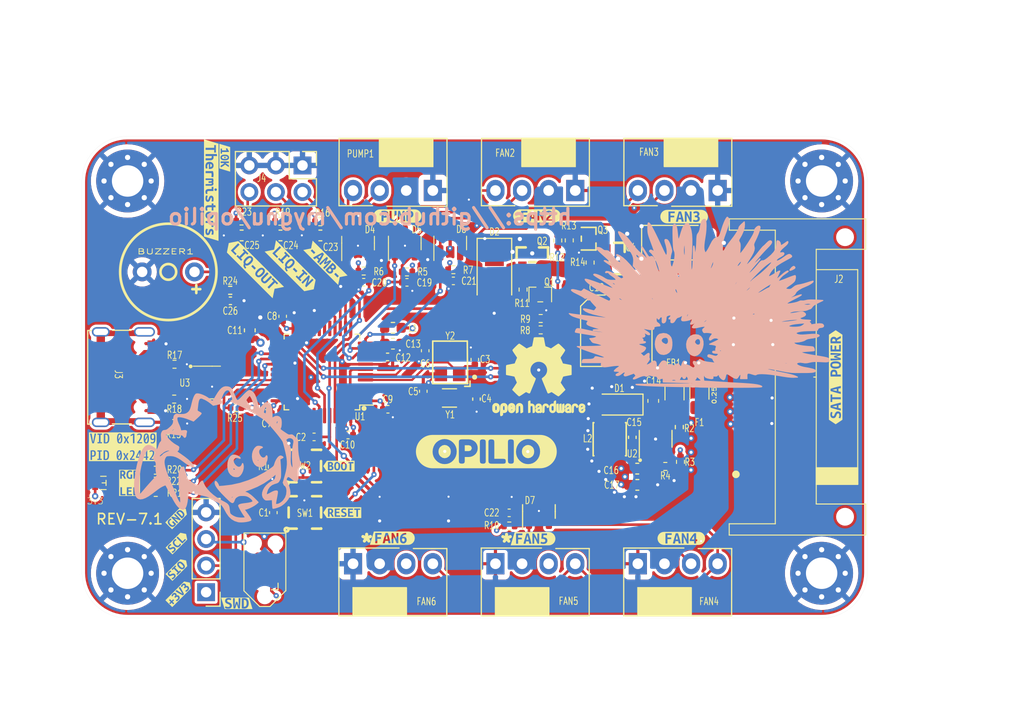
<source format=kicad_pcb>
(kicad_pcb (version 20211014) (generator pcbnew)
  (title_block (title "Opilio") (date "2022-11-09") (rev "7"))
  (layers (0 "F.Cu" signal) (1 "In1.Cu" power "GND") (2 "In2.Cu" power "3V3") (31 "B.Cu" signal) (34 "B.Paste" user) (35 "F.Paste" user) (36 "B.SilkS" user "B.Silkscreen") (37 "F.SilkS" user "F.Silkscreen") (38 "B.Mask" user) (39 "F.Mask" user) (44 "Edge.Cuts" user))
  (net 0 "")
  (net 1 "BOOT0")
  (net 2 "OSCOUT")
  (net 3 "GND")
  (net 4 "OSCIN")
  (net 5 "WATER_IN_T")
  (net 6 "WATER_OUT_T")
  (net 7 "VDDA")
  (net 8 "+12VF(F)")
  (net 9 "12vC")
  (net 10 "PWM_READ1")
  (net 11 "PWM_READ3")
  (net 12 "PWM_READ2")
  (net 13 "PWM_READ4")
  (net 14 "+12V")
  (net 15 "+5V")
  (net 16 "SWCLK")
  (net 17 "SWIO")
  (net 18 "AMBIENT_T")
  (net 19 "PWM_OUT1")
  (net 20 "PWM_OUT3")
  (net 21 "PWM_OUT2")
  (net 22 "PWM_OUT4")
  (net 23 "USB_D+")
  (net 24 "USB_D-")
  (net 25 "Net-(F1-Pad2)")
  (net 26 "RED_LED")
  (net 27 "BUCK_FB")
  (net 28 "BLUE_LED")
  (net 29 "+3.3V")
  (net 30 "BUZZER")
  (net 31 "12vP")
  (net 32 "NRST")
  (net 33 "Net-(C14-Pad1)")
  (net 34 "CIN")
  (net 35 "COUT")
  (net 36 "Net-(Q1-Pad1)")
  (net 37 "Net-(Q1-Pad3)")
  (net 38 "USBC_D+")
  (net 39 "USBC_D-")
  (net 40 "Net-(LED1-Pad2)")
  (net 41 "Net-(LED1-Pad4)")
  (net 42 "GREEN_LED")
  (net 43 "PUMP_EN")
  (net 44 "FAN_EN")
  (net 67 "Net-(R2-Pad2)")
  (net 68 "Net-(Q3-Pad3)")
  (net 69 "Net-(Q3-Pad1)")
  (net 70 "Net-(LED1-Pad1)")
  (net 71 "Net-(J3-PadS1)")
  (net 72 "Net-(J3-PadB5)")
  (net 73 "Net-(J3-PadA5)")
  (net 74 "Net-(C15-Pad2)")
  (net 75 "Net-(C15-Pad1)")
  (net 76 "Net-(BUZZER1-Pad1)")
  (footprint "kibuzzard-63853CCB" (layer "F.Cu") (at 177.06 120.03 90)
    (fp_text reference "kibuzzard-63853CCB" hide)
    (fp_text value "G***" hide)
  )
  (footprint "Resistor_SMD:R_0402_1005Metric" (layer "F.Cu") (at 113.89 122.12 180)
    (fp_text reference "R18")
    (fp_text value "5K11")
  )
  (footprint "Resistor_SMD:R_0402_1005Metric" (layer "F.Cu") (at 162.24 128.11 -90)
    (fp_text reference "R3")
    (fp_text value "75K")
  )
  (footprint "kibuzzard-638555D0" (layer "F.Cu") (at 125.140853 109.560853 -45)
    (fp_text reference "kibuzzard-638555D0" hide)
    (fp_text value "G***" hide)
  )
  (footprint "Diode_SMD:D_SMA" (layer "F.Cu") (at 144.47 110.17 -90)
    (fp_text reference "D2")
    (fp_text value "B230A")
  )
  (footprint "Resistor_SMD:R_0402_1005Metric" (layer "F.Cu") (at 113.92 118.79 180)
    (fp_text reference "R17")
    (fp_text value "5K11")
  )
  (footprint "kibuzzard-63853C0D" (layer "F.Cu") (at 134.72 135.4)
    (fp_text reference "kibuzzard-63853C0D" hide)
    (fp_text value "G***" hide)
  )
  (footprint "Package_TO_SOT_SMD:SOT-23" (layer "F.Cu") (at 140.25 107.21 90)
    (fp_text reference "D6")
    (fp_text value "SP0502BAHT")
  )
  (footprint "kibuzzard-63853D72" (layer "F.Cu") (at 114.38 140.65 45)
    (fp_text reference "kibuzzard-63853D72" hide)
    (fp_text value "G***" hide)
  )
  (footprint "Resistor_SMD:R_0402_1005Metric" (layer "F.Cu") (at 140.55 109.76)
    (fp_text reference "R7")
    (fp_text value "1K5")
  )
  (footprint "Capacitor_SMD:C_0603_1608Metric" (layer "F.Cu") (at 121.11 115.55 90)
    (fp_text reference "C11")
    (fp_text value "10uF")
  )
  (footprint "Capacitor_SMD:C_0402_1005Metric" (layer "F.Cu") (at 127.25 125.73 180)
    (fp_text reference "C2")
    (fp_text value "100nF")
  )
  (footprint "Capacitor_SMD:C_0402_1005Metric" (layer "F.Cu") (at 145.88 132.98)
    (fp_text reference "C22")
    (fp_text value "10nF")
  )
  (footprint "Resistor_SMD:R_0402_1005Metric" (layer "F.Cu") (at 162.13 124.79 -90)
    (fp_text reference "R2")
    (fp_text value "1K5")
  )
  (footprint "Capacitor_SMD:C_0402_1005Metric" (layer "F.Cu") (at 123.36 132.96 90)
    (fp_text reference "C1")
    (fp_text value "100nF")
  )
  (footprint "LOGO" (layer "F.Cu") (at 164.05 112.84)
    (fp_text reference "G***" hide)
    (fp_text value "LOGO" hide)
  )
  (footprint "Capacitor_SMD:C_0603_1608Metric" (layer "F.Cu") (at 159.64 122.29 90)
    (fp_text reference "C14")
    (fp_text value "10uF")
  )
  (footprint "kibuzzard-638555D8" (layer "F.Cu") (at 128.33 109.1 -45)
    (fp_text reference "kibuzzard-638555D8" hide)
    (fp_text value "G***" hide)
  )
  (footprint "Resistor_SMD:R_0402_1005Metric" (layer "F.Cu") (at 131.99 109.89)
    (fp_text reference "R6")
    (fp_text value "1K5")
  )
  (footprint "Capacitor_SMD:C_0603_1608Metric" (layer "F.Cu") (at 127.85 106.49 180)
    (fp_text reference "C23")
    (fp_text value "10uF")
  )
  (footprint "Custom:USB_C_Receptacle_Palconn_UTC16-G_Streached_pads" (layer "F.Cu") (at 109.12 120.02 -90)
    (fp_text reference "J3")
    (fp_text value "USB_C_Receptacle_USB2.0")
  )
  (footprint "kibuzzard-63853D6B" (layer "F.Cu") (at 114.21 138.34 45)
    (fp_text reference "kibuzzard-63853D6B" hide)
    (fp_text value "G***" hide)
  )
  (footprint "Resistor_SMD:R_0402_1005Metric" (layer "F.Cu") (at 136.12 109.97 180)
    (fp_text reference "R5")
    (fp_text value "1K5")
  )
  (footprint "easyeda2kicad:SC-70-3_L2.1-W1.3-P1.30-LS2.1-BR" (layer "F.Cu") (at 148.85 112.13 -90)
    (fp_text reference "Q1")
    (fp_text value "CJ3134KW")
  )
  (footprint "easyeda2kicad:KEY-SMD_4P-L3.1-W3.1-P2.00_TS-1077S-01726" (layer "F.Cu") (at 126.31 128.51)
    (fp_text reference "SW2")
    (fp_text value "TS-1077S-01726")
  )
  (footprint "Resistor_SMD:R_0402_1005Metric" (layer "F.Cu") (at 153.61 109.08 90)
    (fp_text reference "R14")
    (fp_text value "10K")
  )
  (footprint "Fuse:Fuse_1206_3216Metric" (layer "F.Cu") (at 164.1 111.82)
    (fp_text reference "F2")
    (fp_text value "2A")
  )
  (footprint "Resistor_SMD:R_0402_1005Metric" (layer "F.Cu") (at 119.78 122.93 180)
    (fp_text reference "R25")
    (fp_text value "1K5")
  )
  (footprint "Capacitor_SMD:C_0402_1005Metric" (layer "F.Cu") (at 119.26 112.73)
    (fp_text reference "C26")
    (fp_text value "100nF")
  )
  (footprint "Connector_PinHeader_2.54mm:PinHeader_1x04_P2.54mm_Vertical" (layer "F.Cu") (at 116.94 140.56 180)
    (fp_text reference "J1" hide)
    (fp_text value "Conn_01x04_Male")
  )
  (footprint "MountingHole:MountingHole_3mm_Pad_Via" (layer "F.Cu") (at 175.72 138.75)
    (fp_text reference "H1" hide)
    (fp_text value "MountingHole_Pad")
  )
  (footprint "Custom:Sata_Power_Connector_SMD" (layer "F.Cu") (at 167.705 120.005 90)
    (fp_text reference "J2")
    (fp_text value "SATA_Power_Connector")
  )
  (footprint "Custom:FanPinHeader_1x04_P2.54mm_Horizontal_no_hole" (layer "F.Cu") (at 134.78 102.22 180)
    (fp_text reference "PUMP1")
    (fp_text value "Fan_4pin")
  )
  (footprint "kibuzzard-63853CA9" (layer "F.Cu") (at 143.7 127.13)
    (fp_text reference "kibuzzard-63853CA9" hide)
    (fp_text value "G***" hide)
  )
  (footprint "Symbol:OSHW-Logo2_9.8x8mm_SilkScreen" (layer "F.Cu") (at 148.71 119.97)
    (fp_text reference "LOGO1" hide)
    (fp_text value "Logo_Open_Hardware_Small" hide)
  )
  (footprint "Capacitor_SMD:C_0402_1005Metric" (layer "F.Cu") (at 157.64 125.77 -90)
    (fp_text reference "C15")
    (fp_text value "10nF")
  )
  (footprint "MountingHole:MountingHole_3mm_Pad_Via" (layer "F.Cu") (at 175.72 101.29)
    (fp_text reference "H2" hide)
    (fp_text value "MountingHole_Pad")
  )
  (footprint "Connector_PinHeader_2.54mm:PinHeader_2x03_P2.54mm_Vertical" (layer "F.Cu") (at 126.145 99.805 -90)
    (fp_text reference "J4")
    (fp_text value "Conn_01x06_Male")
  )
  (footprint "kibuzzard-63853D5C" (layer "F.Cu") (at 114.18 133.41 45)
    (fp_text reference "kibuzzard-63853D5C" hide)
    (fp_text value "G***" hide)
  )
  (footprint "kibuzzard-63853C81" (layer "F.Cu") (at 135.21 104.64)
    (fp_text reference "kibuzzard-63853C81" hide)
    (fp_text value "G***" hide)
  )
  (footprint "kibuzzard-638559F7" (layer "F.Cu") (at 162.32 135.42)
    (fp_text reference "kibuzzard-638559F7" hide)
    (fp_text value "G***" hide)
  )
  (footprint "Capacitor_SMD:C_0603_1608Metric" (layer "F.Cu") (at 158.11 128.76)
    (fp_text reference "C16")
    (fp_text value "10uF")
  )
  (footprint "easyeda2kicad:SC-70-3_L2.1-W1.3-P1.30-LS2.1-BR" (layer "F.Cu") (at 153.47 106.8 180)
    (fp_text reference "Q3")
    (fp_text value "CJ3134KW")
  )
  (footprint "kibuzzard-638559F0" (layer "F.Cu") (at 148.16 135.45)
    (fp_text reference "kibuzzard-638559F0" hide)
    (fp_text value "G***" hide)
  )
  (footprint "Resistor_SMD:R_0402_1005Metric" (layer "F.Cu") (at 160.79 128.55 180)
    (fp_text reference "R4")
    (fp_text value "24K")
  )
  (footprint "easyeda2kicad:LED-SMD_4P-L2.0-W1.3-BR" (layer "F.Cu") (at 107.12375 130.12 180)
    (fp_text reference "LED1" hide)
    (fp_text value "XL-2012RGBC")
  )
  (footprint "easyeda2kicad:SOT-23_L2.9-W1.3-P1.90-LS2.4-BR" (layer "F.Cu") (at 156.21 108.69 180)
    (fp_text reference "Q4")
    (fp_text value "AO3401A")
  )
  (footprint "Capacitor_SMD:C_0402_1005Metric" (layer "F.Cu") (at 134.300001 123.089999)
    (fp_text reference "C9")
    (fp_text value "100nF")
  )
  (footprint "Capacitor_SMD:C_0603_1608Metric" (layer "F.Cu") (at 158.12 130.31)
    (fp_text reference "C17")
    (fp_text value "10uF")
  )
  (footprint "Custom:FanPinHeader_1x04_P2.54mm_Horizontal_no_hole" (layer "F.Cu") (at 134.78 137.82)
    (fp_text reference "FAN6")
    (fp_text value "Fan_4pin")
  )
  (footprint "Resistor_SMD:R_0402_1005Metric" (layer "F.Cu") (at 150.52 106.97 90)
    (fp_text reference "R12")
    (fp_text value "0R")
  )
  (footprint "kibuzzard-638B7145" (layer "F.Cu") (at 109.63 130.12)
    (fp_text reference "kibuzzard-638B7145" hide)
    (fp_text value "G***" hide)
  )
  (footprint "Diode_SMD:D_SMA" (layer "F.Cu") (at 161.93 107.18)
    (fp_text reference "D3")
    (fp_text value "B230A")
  )
  (footprint "Fuse:Fuse_1206_3216Metric" (layer "F.Cu") (at 164.05 121.53 90)
    (fp_text reference "F1")
    (fp_text value "250mA")
  )
  (footprint "kibuzzard-63853BFA" (layer "F.Cu") (at 129.94 132.96)
    (fp_text reference "kibuzzard-63853BFA" hide)
    (fp_text value "G***" hide)
  )
  (footprint "easyeda2kicad:SOT-23_L2.9-W1.3-P1.90-LS2.4-BR" (layer "F.Cu") (at 148.09 108.33 -90)
    (fp_text reference "Q2")
    (fp_text value "AO3401A")
  )
  (footprint "easyeda2kicad:KEY-SMD_4P-L3.1-W3.1-P2.00_TS-1077S-01726" (layer "F.Cu") (at 126.32 132.94)
    (fp_text reference "SW1")
    (fp_text value "TS-1077S-01726")
  )
  (footprint "kibuzzard-638BCC66" (layer "F.Cu") (at 118.72 99.07 -90)
    (fp_text reference "kibuzzard-638BCC66" hide)
    (fp_text value "G***" hide)
  )
  (footprint "Capacitor_SMD:C_0402_1005Metric" (layer "F.Cu") (at 130.49 125.55 180)
    (fp_text reference "C10")
    (fp_text value "100nF")
  )
  (footprint "kibuzzard-636BA6E5" (layer "F.Cu") (at 119.87 141.62)
    (fp_text reference "kibuzzard-636BA6E5" hide)
    (fp_text value "G***" hide)
  )
  (footprint "kibuzzard-63853C04" (layer "F.Cu") (at 129.62 128.52)
    (fp_text reference "kibuzzard-63853C04" hide)
    (fp_text value "G***" hide)
  )
  (footprint "kibuzzard-638555C7" (layer "F.Cu") (at 121.47 109.58 -45)
    (fp_text reference "kibuzzard-638555C7" hide)
    (fp_text value "G***" hide)
  )
  (footprint "Capacitor_SMD:CP_Elec_6.3x7.7" (layer "F.Cu") (at 156.11 115.59 -90)
    (fp_text reference "C18")
    (fp_text value "220uF")
  )
  (footprint "Package_TO_SOT_SMD:SOT-23" (layer "F.Cu") (at 135.91 107.21 90)
    (fp_text reference "D5")
    (fp_text value "SP0502BAHT")
  )
  (footprint "easyeda2kicad:OSC-SMD_4P-L3.2-W2.5-BL" (layer "F.Cu") (at 140.23 118.61 90)
    (fp_text reference "Y2")
    (fp_text value "TAXM8M4RFDCET2T")
  )
  (footprint "Resistor_SMD:R_0402_1005Metric" (layer "F.Cu") (at 124.03 105.13 180)
    (fp_text reference "R19")
    (fp_text value "10K")
  )
  (footprint "Resistor_SMD:R_0402_1005Metric" (layer "F.Cu") (at 112.13 131.03 180)
    (fp_text reference "R21")
    (fp_text value "1K5")
  )
  (footprint "kibuzzard-63853C6A" (layer "F.Cu") (at 162.59 104.69)
    (fp_text reference "kibuzzard-63853C6A" hide)
    (fp_text value "G***" hide)
  )
  (footprint "Crystal:Crystal_SMD_3215-2Pin_3.2x1.5mm" (layer "F.Cu") (at 140.18 122.01)
    (fp_text reference "Y1")
    (fp_text value "YST310S 32.768KHz")
  )
  (footprint "Custom:FanPinHeader_1x04_P2.54mm_Horizontal_no_hole" (layer "F.Cu") (at 148.38 102.22 180)
    (fp_text reference "FAN2")
    (fp_text value "Fan_4pin")
  )
  (footprint "Capacitor_SMD:C_0603_1608Metric" (layer "F.Cu") (at 124.040003 106.49 180)
    (fp_text reference "C24")
    (fp_text value "10uF")
  )
  (footprint "Package_TO_SOT_SMD:SOT-23-6" (layer "F.Cu") (at 159.87 125.91 90)
    (fp_text reference "U2")
    (fp_text value "EUP3458")
  )
  (footprint "easyeda2kicad:IND-SMD_L3.0-W3.0_SMNR3010" (layer "F.Cu") (at 155.48 125.95 90)
    (fp_text reference "L2")
    (fp_text value "SMNR3010-4R7MT")
  )
  (footprint "Resistor_SMD:R_0402_1005Metric" (layer "F.Cu") (at 112.13 129.96 180)
    (fp_text reference "R22")
    (fp_text value "1K5")
  )
  (footprint "Custom:FanPinHeader_1x04_P2.54mm_Horizontal_no_hole" (layer "F.Cu") (at 161.98 137.82)
    (fp_text reference "FAN4")
    (fp_text value "Fan_4pin")
  )
  (footprint "Resistor_SMD:R_0402_1005Metric" (layer "F.Cu") (at 119.24 111.73 180)
    (fp_text reference "R24")
    (fp_text value "100R")
  )
  (footprint "MountingHole:MountingHole_3mm_Pad_Via" (layer "F.Cu") (at 109.44 138.75)
    (fp_text reference "H3" hide)
    (fp_text value "MountingHole_Pad")
  )
  (footprint "Resistor_SMD:R_0402_1005Metric" (layer "F.Cu") (at 113.9 124.45 180)
    (fp_text reference "R15")
    (fp_text value "75K")
  )
  (footprint "Resistor_SMD:R_0402_1005Metric" (layer "F.Cu") (at 151.62 106.96 90)
    (fp_text reference "R13")
    (fp_text value "10K")
  )
  (footprint "Package_QFP:LQFP-48_7x7mm_P0.5mm" (layer "F.Cu") (at 128 119.53 180)
    (fp_text reference "U1")
    (fp_text value "STM32F103C8T6")
  )
  (footprint "Resistor_SMD:R_0402_1005Metric" (layer "F.Cu") (at 120.32 105.11 180)
    (fp_text reference "R23")
    (fp_text value "10K")
  )
  (footprint "kibuzzard-63853D64" (layer "F.Cu") (at 114.21 135.81 45)
    (fp_text reference "kibuzzard-63853D64" hide)
    (fp_text value "G***" hide)
  )
  (footprint "Resistor_SMD:R_0402_1005Metric" (layer "F.Cu") (at 112.14 128.91 180)
    (fp_text reference "R20")
    (fp_text value "1K5")
  )
  (footprint "Package_TO_SOT_SMD:SOT-23-6" (layer "F.Cu") (at 117.510001 120.534998)
    (fp_text reference "U3")
    (fp_text value "USBLC6-2SC6")
  )
  (footprint "tag_connect:Tag-Connect_TC2030-IDC-NL_2x03_P1.27mm_Vertical" (layer "F.Cu") (at 122.54 138.4225 90)
    (fp_text reference "SWD1" hide)
    (fp_text value "TC2030-IDC-NL_SWD")
  )
  (footprint "Diode_SMD:D_SOD-123" (layer "F.Cu") (at 156.41 122.64 180)
    (fp_text reference "D1")
    (fp_text value "B5819W")
  )
  (footprint "Capacitor_SMD:C_0402_1005Metric" (layer "F.Cu") (at 134.27 118.09)
    (fp_text reference "C12")
    (fp_text value "10nF")
  )
  (footprint "Resistor_SMD:R_0402_1005Metric" (layer "F.Cu") (at 127.84 105.18 180)
    (fp_text reference "R16")
    (fp_text value "10K")
  )
  (footprint "Capacitor_SMD:C_0402_1005Metric" (layer "F.Cu") (at 136.12 110.97 180)
    (fp_text reference "C19")
    (fp_text value "10nF")
  )
  (footprint "Inductor_SMD:L_0603_1608Metric" (layer "F.Cu") (at 134.78 115.31 180)
    (fp_text reference "L1")
    (fp_text value "39nH")
  )
  (footprint "Resistor_SMD:R_0402_1005Metric" (layer "F.Cu") (at 148.89 114.42 180)
    (fp_text reference "R9")
    (fp_text value "10K")
  )
  (footprint "Capacitor_SMD:C_1206_3216Metric" (layer "F.Cu") (at 161.67 121.49 90)
    (fp_text reference "FB1")
    (fp_text value "CBW321609U600")
  )
  (footprint "Capacitor_SMD:C_0603_1608Metric" (layer "F.Cu") (at 120.33 106.49 180)
    (fp_text reference "C25")
    (fp_text value "10uF")
  )
  (footprint "Capacitor_SMD:C_0402_1005Metric" (layer "F.Cu") (at 137.68 121.37 90)
    (fp_text reference "C5")
    (fp_text value "18pF")
  )
  (footprint "Capacitor_SMD:C_0402_1005Metric" (layer "F.Cu") (at 122.73 123.49 180)
    (fp_text reference "C7")
    (fp_text value "100nF")
  )
  (footprint "MountingHole:MountingHole_3mm_Pad_Via" (layer "F.Cu") (at 109.44 101.29)
    (fp_text reference "H4" hide)
    (fp_text value "MountingHole_Pad")
  )
  (footprint "Resistor_SMD:R_0402_1005Metric" (layer "F.Cu") (at 123.26 128.57 -90)
    (fp_text reference "R1")
    (fp_text value "10K")
  )
  (footprint "LOGO" (layer "F.Cu") (at 118.05 127.38)
    (fp_text reference "G***" hide)
    (fp_text value "LOGO" hide)
  )
  (footprint "Capacitor_SMD:C_0402_1005Metric" (layer "F.Cu") (at 142.76 122.12 -90)
    (fp_text reference "C4")
    (fp_text value "18pF")
  )
  (footprint "Package_TO_SOT_SMD:SOT-23" (layer "F.Cu") (at 148.72 132.85 90)
    (fp_text reference "D7")
    (fp_text value "SP0502BAHT")
  )
  (footprint "kibuzzard-63853BC6" (layer "F.Cu") (at 117.43 102.16 -90)
    (fp_text reference "kibuzzard-63853BC6" hide)
    (fp_text value "G***" hide)
  )
  (footprint "Capacitor_SMD:C_0603_1608Metric" (layer "F.Cu") (at 134.78 116.83)
    (fp_text reference "C13")
    (fp_text value "10uF")
  )
  (footprint "Capacitor_SMD:C_0402_1005Metric" (layer "F.Cu") (at 131.99 110.96)
    (fp_text reference "C20")
    (fp_text value "10nF")
  )
  (footprint "kibuzzard-63853C76" (layer "F.Cu") (at 148.53 104.62)
    (fp_text reference "kibuzzard-63853C76" hide)
    (fp_text value "G***" hide)
  )
  (footprint "Custom:FanPinHeader_1x04_P2.54mm_Horizontal_no_hole" (layer "F.Cu") (at 161.98 102.22 180)
    (fp_text reference "FAN3")
    (fp_text value "Fan_4pin")
  )
  (footprint "Capacitor_SMD:C_0402_1005Metric" (layer "F.Cu") (at 140.55 110.83)
    (fp_text reference "C21")
    (fp_text value "10nF")
  )
  (footprint "Resistor_SMD:R_0402_1005Metric" (layer "F.Cu") (at 148.89 115.51 180)
    (fp_text reference "R8")
    (fp_text value "0R")
  )
  (footprint "Resistor_SMD:R_0402_1005Metric" (layer "F.Cu") (at 147.21 111.66 90)
    (fp_text reference "R11")
    (fp_text value "10K")
  )
  (footprint "Capacitor_SMD:C_0402_1005Metric" (layer "F.Cu") (at 142.6 118.33 -90)
    (fp_text reference "C3")
    (fp_text value "18pF")
  )
  (footprint "Custom:FanPinHeader_1x04_P2.54mm_Horizontal_no_hole" (layer "F.Cu") (at 148.38 137.82)
    (fp_text reference "FAN5")
    (fp_text value "Fan_4pin")
  )
  (footprint "Resistor_SMD:R_0402_1005Metric" (layer "F.Cu") (at 145.889999 134.24)
    (fp_text reference "R10")
    (fp_text value "1K5")
  )
  (footprint "kibuzzard-638B7105" (layer "F.Cu") (at 108.98 126.67)
    (fp_text reference "kibuzzard-638B7105" hide)
    (fp_text value "G***" hide)
  )
  (footprint "Capacitor_SMD:C_0402_1005Metric" (layer "F.Cu") (at 137.86 117.5 -90)
    (fp_text reference "C6")
    (fp_text value "18pF")
  )
  (footprint "Package_TO_SOT_SMD:SOT-23" (layer "F.Cu") (at 131.45 107.22 90)
    (fp_text reference "D4")
    (fp_text value "SP0502BAHT")
  )
  (footprint "Capacitor_SMD:C_0402_1005Metric" (layer "F.Cu") (at 124.25 114.21 90)
    (fp_text reference "C8")
    (fp_text value "100nF")
  )
  (footprint "easyeda2kicad:BUZ-TH_BD9.0-P5.00-D0.6-FD" (layer "F.Cu") (at 113.33 109.97 180)
    (fp_text reference "BUZZER1")
    (fp_text value "HNB09A03")
  )
  (gr_circle (center 142.58 120.02) (end 142.78 120.02) (layer "F.SilkS") (width 0.08) (fill solid))
  (gr_circle (center 132.02 123) (end 132.22 123) (layer "F.SilkS") (width 0.08) (fill solid))
  (gr_circle locked (center 115.46 118.995) (end 115.33 118.995) (layer "F.SilkS") (width 0.1) (fill solid))
  (gr_circle locked (center 158.38 127.95) (end 158.38 127.82) (layer "F.SilkS") (width 0.1) (fill solid))
  (gr_line (start 175.73 143.02) (end 109.43 143.02) (layer "Edge.Cuts") (width 0.01))
  (gr_arc locked (start 180.08 138.72) (mid 178.795559 141.770914) (end 175.73 143.02) (layer "Edge.Cuts") (width 0.01))
  (gr_arc locked (start 105.08 101.32) (mid 106.364441 98.269086) (end 109.43 97.02) (layer "Edge.Cuts") (width 0.01))
  (gr_line (start 109.43 97.02) (end 175.68 97.02) (layer "Edge.Cuts") (width 0.01))
  (gr_line (start 105.08 138.72) (end 105.08 101.32) (layer "Edge.Cuts") (width 0.01))
  (gr_arc locked (start 175.68 97.02) (mid 178.770559 98.25873) (end 180.08 101.32) (layer "Edge.Cuts") (width 0.01))
  (gr_line (start 180.08 101.32) (end 180.08 138.72) (layer "Edge.Cuts") (width 0.01))
  (gr_arc locked (start 109.43 143.02) (mid 106.364441 141.770914) (end 105.08 138.72) (layer "Edge.Cuts") (width 0.01))
  (gr_text "https://github.com/mygnu/opilio" (at 132.59 104.72) (layer "B.SilkS") (effects (font (size 1.5 1.5) (thickness 0.3)) (justify mirror)))
  (gr_text "REV-7.1" (at 109.63 133.58) (layer "F.SilkS") (effects (font (size 1 1))))
  (gr_text "2A" (at 164.13 110.46) (layer "F.SilkS") (effects (font (size 0.4 0.5) (thickness 0.08))))
  (gr_text "3v3" (at 106.35 131.86) (layer "F.SilkS") (effects (font (size 0.6 0.6) (thickness 0.05))))
  (gr_text "*" (at 145.63 135.86) (layer "F.SilkS") (effects (font (size 1.5 1.5) (thickness 0.3))))
  (gr_text "0.25A" (at 165.47 121.54 90) (layer "F.SilkS") (effects (font (size 0.4 0.5) (thickness 0.08))))
  (gr_text "*" (at 132.27 135.85) (layer "F.SilkS") (effects (font (size 1.5 1.5) (thickness 0.3))))
  (segment (start 128.74 125.73) (end 128.75 125.74) (width 0.25) (layer "F.Cu") (net 1))
  (segment (start 123.26 128.06) (end 123.91 128.06) (width 0.25) (layer "F.Cu") (net 1))
  (segment (start 128.75 123.7025) (end 128.75 125.74) (width 0.25) (layer "F.Cu") (net 1))
  (segment (start 128.75 126.72) (end 128.06 127.41) (width 0.25) (layer "F.Cu") (net 1))
  (segment (start 123.91 128.06) (end 124.56 127.41) (width 0.25) (layer "F.Cu") (net 1))
  (segment (start 128.75 125.74) (end 128.75 126.72) (width 0.25) (layer "F.Cu") (net 1))
  (segment (start 127.73 125.73) (end 128.74 125.73) (width 0.25) (layer "F.Cu") (net 1))
  (segment (start 124.56 127.41) (end 128.06 127.41) (width 0.25) (layer "F.Cu") (net 1))
  (segment (start 137.875001 116.985) (end 135.070001 119.79) (width 0.2) (layer "F.Cu") (net 2))
  (segment (start 138.305001 117.415) (end 137.875001 116.985) (width 0.2) (layer "F.Cu") (net 2))
  (segment (start 135.070001 119.79) (end 132.1625 119.79) (width 0.2) (layer "F.Cu") (net 2))
  (segment (start 139.270001 117.415) (end 138.305001 117.415) (width 0.2) (layer "F.Cu") (net 2))
  (segment (start 111.93 123.23) (end 112.89 123.23) (width 0.25) (layer "F.Cu") (net 3))
  (segment (start 135.91 107.45) (end 135.93 107.47) (width 0.25) (layer "F.Cu") (net 3))
  (segment (start 121.675 114.755) (end 122.11 114.32) (width 0.5) (layer "F.Cu") (net 3))
  (segment (start 141.995 117.415) (end 142.22 117.19) (width 0.2) (layer "F.Cu") (net 3))
  (segment (start 119.705 112.705) (end 120.455 112.705) (width 0.25) (layer "F.Cu") (net 3))
  (segment locked (start 159.859999 128.77) (end 159.86 127.26) (width 0.7) (layer "F.Cu") (net 3))
  (segment (start 123.8375 121.78) (end 123.034315 121.78) (width 0.25) (layer "F.Cu") (net 3))
  (segment (start 140.24 106.29625) (end 140.24 107.66375) (width 0.25) (layer "F.Cu") (net 3))
  (segment (start 126.31 126.19) (end 126.77 125.73) (width 0.25) (layer "F.Cu") (net 3))
  (segment (start 170.81 124.53) (end 170.935 124.405) (width 0.7) (layer "F.Cu") (net 3))
  (segment (start 136.64 110.95) (end 136.64 111.73) (width 0.25) (layer "F.Cu") (net 3))
  (segment (start 170.59 121.99) (end 169.105 121.99) (width 0.7) (layer "F.Cu") (net 3))
  (segment (start 169.105 124.53) (end 170.81 124.53) (width 0.7) (layer "F.Cu") (net 3))
  (segment (start 154.874999 122.6) (end 153.52 122.6) (width 0.5) (layer "F.Cu") (net 3))
  (segment (start 121.030002 114.755002) (end 121.675 114.755) (width 0.5) (layer "F.Cu") (net 3))
  (segment (start 117.08 120.534998) (end 117.470001 120.924999) (width 0.25) (layer "F.Cu") (net 3))
  (segment (start 170.935 121.645) (end 170.59 121.99) (width 0.7) (layer "F.Cu") (net 3))
  (segment (start 122.364835 122.494835) (end 122.270001 122.589669) (width 0.2) (layer "F.Cu") (net 3))
  (segment (start 126.32 131.19) (end 126.32 131.79) (width 0.25) (layer "F.Cu") (net 3))
  (segment (start 137.700001 120.909999) (end 138.0455 120.5645) (width 0.2) (layer "F.Cu") (net 3))
  (segment (start 141.030001 117.415) (end 141.995 117.415) (width 0.2) (layer "F.Cu") (net 3))
  (segment (start 148.72 131.9125) (end 148.72 132.8) (width 0.25) (layer "F.Cu") (net 3))
  (segment (start 171.055 119.465) (end 171.055 121.525) (width 0.7) (layer "F.Cu") (net 3))
  (segment (start 123.034315 121.78) (end 122.364835 122.44948) (width 0.25) (layer "F.Cu") (net 3))
  (segment (start 156.07 120.53) (end 155.67 120.93) (width 0.7) (layer "F.Cu") (net 3))
  (segment (start 169.105 114.37) (end 167.35 114.37) (width 0.5) (layer "F.Cu") (net 3))
  (segment (start 135.4325 117.4625) (end 134.930001 117.965) (width 0.3) (layer "F.Cu") (net 3))
  (segment (start 113.09 116.82) (end 113.11 116.84) (width 0.5) (layer "F.Cu") (net 3))
  (segment (start 152.56 108.11) (end 152.54 108.13) (width 0.25) (layer "F.Cu") (net 3))
  (segment (start 134.780001 123.839999) (end 134.77 123.85) (width 0.25) (layer "F.Cu") (net 3))
  (segment (start 159.64 121.515) (end 159.64 120.83) (width 0.3) (layer "F.Cu") (net 3))
  (segment (start 171.055 114.765) (end 171.055 116.915) (width 0.7) (layer "F.Cu") (net 3))
  (segment (start 138.0455 120.5645) (end 138.180087 120.5645) (width 0.2) (layer "F.Cu") (net 3))
  (segment (start 153.52 122.6) (end 153.5 122.58) (width 0.5) (layer "F.Cu") (net 3))
  (segment (start 126.32 131.79) (end 126.32 131.82) (width 0.25) (layer "F.Cu") (net 3))
  (segment (start 122.5 136) (end 122.5 135.24) (width 0.25) (layer "F.Cu") (net 3))
  (segment (start 142.76 122.6) (end 142.76 123.31) (width 0.25) (layer "F.Cu") (net 3))
  (segment (start 132.1625 118.79) (end 130.19 118.79) (width 0.25) (layer "F.Cu") (net 3))
  (segment (start 135.91 106.2725) (end 135.91 107.45) (width 0.25) (layer "F.Cu") (net 3))
  (segment (start 159.86 127.26) (end 159.86 125.9345) (width 0.5) (layer "F.Cu") (net 3))
  (segment (start 123.175 137.1525) (end 123.175 136.675) (width 0.25) (layer "F.Cu") (net 3))
  (segment (start 160.07 130.3) (end 159.07 130.3) (width 0.5) (layer "F.Cu") (net 3))
  (segment (start 123.175 136.675) (end 122.5 136) (width 0.25) (layer "F.Cu") (net 3))
  (segment (start 123.26 129.08) (end 123.26 129.75) (width 0.25) (layer "F.Cu") (net 3))
  (segment (start 125.21 113.73) (end 125.35 113.87) (width 0.25) (layer "F.Cu") (net 3))
  (segment (start 170.89 114.6) (end 171.055 114.765) (width 0.7) (layer "F.Cu") (net 3))
  (segment (start 125.75 114.27) (end 125.75 115.3775) (width 0.25) (layer "F.Cu") (net 3))
  (segment (start 169.105 114.37) (end 170.66 114.37) (width 0.7) (layer "F.Cu") (net 3))
  (segment (start 123.8375 121.79) (end 123.06967 121.79) (width 0.2) (layer "F.Cu") (net 3))
  (segment (start 126.32 131.82) (end 126.34 131.84) (width 0.25) (layer "F.Cu") (net 3))
  (segment (start 139.068637 119.615) (end 138.180087 120.50355) (width 0.2) (layer "F.Cu") (net 3))
  (segment (start 169.105 116.91) (end 167.3 116.91) (width 0.5) (layer "F.Cu") (net 3))
  (segment (start 167.35 114.37) (end 167.34 114.38) (width 0.5) (layer "F.Cu") (net 3))
  (segment (start 169.105 124.53) (end 169.105 121.99) (width 0.7) (layer "F.Cu") (net 3))
  (segment (start 113.06 123.22) (end 113.07 123.23) (width 0.5) (layer "F.Cu") (net 3))
  (segment (start 135.575001 116.67) (end 135.575001 117.32) (width 0.3) (layer "F.Cu") (net 3))
  (segment (start 114.43 118.79) (end 115.1 118.79) (width 0.25) (layer "F.Cu") (net 3))
  (segment (start 167.3 116.91) (end 167.29 116.92) (width 0.5) (layer "F.Cu") (net 3))
  (segment (start 136.64 111.73) (end 136.62 111.75) (width 0.25) (layer "F.Cu") (net 3))
  (segment (start 126.32 131.19) (end 126.32 130.27) (width 0.25) (layer "F.Cu") (net 3))
  (segment (start 114.409999 124.45) (end 115.129999 124.45) (width 0.25) (layer "F.Cu") (net 3))
  (segment (start 159.21 120.4) (end 158.81 120.4) (width 0.3) (layer "F.Cu") (net 3))
  (segment (start 125.35 113.87) (end 125.75 114.27) (width 0.25) (layer "F.Cu") (net 3))
  (segment (start 169.105 116.91) (end 171.05 116.91) (width 0.7) (layer "F.Cu") (net 3))
  (segment (start 122.364835 122.44948) (end 122.364835 122.494835) (width 0.25) (layer "F.Cu") (net 3))
  (segment (start 123.36 132.48) (end 123.93 132.48) (width 0.25) (layer "F.Cu") (net 3))
  (segment (start 134.11261 118.79) (end 134.930001 117.972609) (width 0.25) (layer "F.Cu") (net 3))
  (segment (start 122.35 106.49) (end 123.265003 106.49) (width 0.25) (layer "F.Cu") (net 3))
  (segment (start 130.25 123.7025) (end 130.25 124.874689) (width 0.25) (layer "F.Cu") (net 3))
  (segment (start 111.93 123.22) (end 113.06 123.22) (width 0.5) (layer "F.Cu") (net 3))
  (segment (start 131.51 111.64) (end 131.5 111.65) (width 0.25) (layer "F.Cu") (net 3))
  (segment (start 171.055 116.915) (end 171.055 119.465) (width 0.7) (layer "F.Cu") (net 3))
  (segment (start 142.22 117.19) (end 142.22 117.629998) (width 0.2) (layer "F.Cu") (net 3))
  (segment (start 130.25 124.874689) (end 130.313622 124.938311) (width 0.25) (layer "F.Cu") (net 3))
  (segment (start 111.93 116.82) (end 113.09 116.82) (width 0.5) (layer "F.Cu") (net 3))
  (segment (start 142.22 117.629998) (end 142.600001 118.009999) (width 0.2) (layer "F.Cu") (net 3))
  (segment (start 151.55 107.47) (end 152.54 107.47) (width 0.25) (layer "F.Cu") (net 3))
  (segment (start 171.05 116.91) (end 171.055 116.915) (width 0.7) (layer "F.Cu") (net 3))
  (segment (start 130.25 118.85) (end 129.93 118.53) (width 0.25) (layer "F.Cu") (net 3))
  (segment (start 123.93 132.48) (end 124.57 131.84) (width 0.25) (layer "F.Cu") (net 3))
  (segment (start 126.34 131.84) (end 128.07 131.84) (width 0.25) (layer "F.Cu") (net 3))
  (segment (start 144.47 112.17) (end 144.47 113.9) (width 0.4) (layer "F.Cu") (net 3))
  (segment (start 163.245 107.21) (end 166.395 107.21) (width 0.7) (layer "F.Cu") (net 3))
  (segment (start 144.47 113.9) (end 144.48 113.91) (width 0.4) (layer "F.Cu") (net 3))
  (segment (start 140.11 110.829999) (end 140.11 111.61) (width 0.25) (layer "F.Cu") (net 3))
  (segment (start 118.63 106.49) (end 119.545002 106.49) (width 0.25) (layer "F.Cu") (net 3))
  (segment (start 137.835 117.945) (end 137.26 118.52) (width 0.2) (layer "F.Cu") (net 3))
  (segment locked (start 159.041249 129.47375) (end 159.76875 128.74625) (width 0.7) (layer "F.Cu") (net 3))
  (segment (start 149.42 113.64) (end 149.42 114.4) (width 0.25) (layer "F.Cu") (net 3))
  (segment (start 149.42 113.12) (end 149.5 113.04) (width 0.25) (layer "F.Cu") (net 3))
  (segment (start 131.51 110.96) (end 131.51 111.64) (width 0.25) (layer "F.Cu") (net 3))
  (segment (start 152.56 107.45) (end 152.56 108.11) (width 0.25) (layer "F.Cu") (net 3))
  (segment (start 130.313622 125.246378) (end 130.01 125.55) (width 0.25) (layer "F.Cu") (net 3))
  (segment locked (start 158.9 129.94125) (end 158.899999 129.09875) (width 0.7) (layer "F.Cu") (net 3))
  (segment (start 131.45 106.2825) (end 131.45 107.55) (width 0.25) (layer "F.Cu") (net 3))
  (segment (start 132.1625 118.79) (end 134.11261 118.79) (width 0.25) (layer "F.Cu") (net 3))
  (segment (start 124.57 131.84) (end 126.34 131.84) (width 0.25) (layer "F.Cu") (net 3))
  (segment (start 135.575001 117.32) (end 135.4325 117.4625) (width 0.3) (layer "F.Cu") (net 3))
  (segment (start 159.64 120.83) (end 159.21 120.4) (width 0.3) (layer "F.Cu") (net 3))
  (segment (start 149.42 113.64) (end 149.42 113.12) (width 0.25) (layer "F.Cu") (net 3))
  (segment (start 130.25 123.7025) (end 130.25 118.85) (width 0.25) (layer "F.Cu") (net 3))
  (segment (start 126.31 126.76) (end 126.31 126.19) (width 0.25) (layer "F.Cu") (net 3))
  (segment (start 134.780001 123.089999) (end 134.780001 123.839999) (width 0.25) (layer "F.Cu") (net 3))
  (segment (start 124.25 113.73) (end 125.21 113.73) (width 0.25) (layer "F.Cu") (net 3))
  (segment (start 138.180087 120.50355) (end 138.180087 120.5645) (width 0.2) (layer "F.Cu") (net 3))
  (segment (start 170.66 114.37) (end 170.89 114.6) (width 0.7) (layer "F.Cu") (net 3))
  (segment (start 171.055 121.525) (end 170.935 121.645) (width 0.7) (layer "F.Cu") (net 3))
  (segment (start 116.372501 120.534998) (end 117.08 120.534998) (width 0.25) (layer "F.Cu") (net 3))
  (segment (start 122.270001 122.589669) (end 122.270001 123.464999) (width 0.2) (layer "F.Cu") (net 3))
  (segment (start 130.313622 124.938311) (end 130.313622 125.246378) (width 0.25) (layer "F.Cu") (net 3))
  (segment (start 156.07 117.84) (end 156.07 120.53) (width 0.7) (layer "F.Cu") (net 3))
  (segment (start 114.470745 122.12) (end 114.969255 122.12) (width 0.25) (layer "F.Cu") (net 3))
  (segment (start 142.76 123.31) (end 142.77 123.32) (width 0.25) (layer "F.Cu") (net 3))
  (segment (start 126.08 106.48) (end 126.995001 106.48) (width 0.25) (layer "F.Cu") (net 3))
  (via (at 126.32 131.79) (size 0.5) (drill 0.2) (layers "F.Cu" "B.Cu") (net 3))
  (via (at 163.25 124.37) (size 0.6) (drill 0.3) (layers "F.Cu" "B.Cu") (net 3))
  (via (at 156.88 131.44) (size 0.6) (drill 0.3) (layers "F.Cu" "B.Cu") (net 3))
  (via (at 167.29 116.92) (size 0.6) (drill 0.3) (layers "F.Cu" "B.Cu") (net 3))
  (via (at 115.12 122.1) (size 0.5) (drill 0.2) (layers "F.Cu" "B.Cu") (net 3))
  (via (at 122.35 106.49) (size 0.5) (drill 0.2) (layers "F.Cu" "B.Cu") (net 3))
  (via (at 154.46 129.02) (size 0.6) (drill 0.3) (layers "F.Cu" "B.Cu") (net 3))
  (via (at 161.63 129.9) (size 0.6) (drill 0.3) (layers "F.Cu" "B.Cu") (net 3))
  (via (at 139.73 127.11) (size 0.6) (drill 0.3) (layers "F.Cu" "B.Cu") (net 3))
  (via (at 153.43 123.98) (size 0.6) (drill 0.3) (layers "F.Cu" "B.Cu") (net 3))
  (via (at 167.34 114.38) (size 0.6) (drill 0.3) (layers "F.Cu" "B.Cu") (net 3))
  (via (at 115.1 118.79) (size 0.5) (drill 0.2) (layers "F.Cu" "B.Cu") (net 3))
  (via (at 144.45 113.92) (size 0.6) (drill 0.3) (layers "F.Cu" "B.Cu") (net 3))
  (via (at 137.26 118.52) (size 0.5) (drill 0.2) (layers "F.Cu" "B.Cu") (net 3))
  (via (at 164.21 135.68) (size 0.5) (drill 0.2) (layers "F.Cu" "B.Cu") (net 3))
  (via (at 148.7 119.34) (size 0.6) (drill 0.3) (layers "F.Cu" "B.Cu") (net 3))
  (via (at 146.12 131.46) (size 0.5) (drill 0.2) (layers "F.Cu" "B.Cu") (net 3))
  (via (at 170.96 124.45) (size 0.6) (drill 0.3) (layers "F.Cu" "B.Cu") (net 3))
  (via (at 163.25 127.2) (size 0.6) (drill 0.3) (layers "F.Cu" "B.Cu") (net 3))
  (via (at 171.055 116.915) (size 0.6) (drill 0.3) (layers "F.Cu" "B.Cu") (net 3))
  (via (at 153.5 122.58) (size 0.6) (drill 0.3) (layers "F.Cu" "B.Cu") (net 3))
  (via (at 123.26 129.75) (size 0.5) (drill 0.2) (layers "F.Cu" "B.Cu") (net 3))
  (via (at 153.4 125.13) (size 0.6) (drill 0.3) (layers "F.Cu" "B.Cu") (net 3))
  (via (at 166.38 107.2) (size 0.8) (drill 0.4) (layers "F.Cu" "B.Cu") (net 3))
  (via (at 140.23 107.72) (size 0.5) (drill 0.2) (layers "F.Cu" "B.Cu") (net 3))
  (via (at 126.53 116.74) (size 0.6) (drill 0.3) (layers "F.Cu" "B.Cu") (net 3))
  (via (at 125.42 118.68) (size 0.6) (drill 0.3) (layers "F.Cu" "B.Cu") (net 3))
  (via (at 140.09 133.75) (size 0.6) (drill 0.3) (layers "F.Cu" "B.Cu") (net 3))
  (via (at 157.64 121) (size 0.6) (drill 0.3) (layers "F.Cu" "B.Cu") (net 3))
  (via (at 135.93 107.47) (size 0.5) (drill 0.2) (layers "F.Cu" "B.Cu") (net 3))
  (via (at 125.35 113.87) (size 0.6) (drill 0.3) (layers "F.Cu" "B.Cu") (net 3))
  (via (at 163.24 128.89) (size 0.6) (drill 0.3) (layers "F.Cu" "B.Cu") (net 3))
  (via (at 118.63 106.49) (size 0.5) (drill 0.2) (layers "F.Cu" "B.Cu") (net 3))
  (via (at 140.1 111.58) (size 0.5) (drill 0.2) (layers "F.Cu" "B.Cu") (net 3))
  (via (at 153.38 126.91) (size 0.6) (drill 0.3) (layers "F.Cu" "B.Cu") (net 3))
  (via (at 127.27 113.66) (size 0.6) (drill 0.3) (layers "F.Cu" "B.Cu") (net 3))
  (via (at 138.180087 120.5645) (size 0.5) (drill 0.2) (layers "F.Cu" "B.Cu") (net 3))
  (via (at 120.56 112.72) (size 0.6) (drill 0.3) (layers "F.Cu" "B.Cu") (net 3))
  (via (at 160.06 130.3) (size 0.6) (drill 0.3) (layers "F.Cu" "B.Cu") (net 3))
  (via (at 142.22 117.19) (size 0.5) (drill 0.2) (layers "F.Cu" "B.Cu") (net 3))
  (via (at 152.54 108.13) (size 0.5) (drill 0.2) (layers "F.Cu" "B.Cu") (net 3))
  (via (at 126.08 106.48) (size 0.5) (drill 0.2) (layers "F.Cu" "B.Cu") (net 3))
  (via (at 159.86 125.9345) (size 0.6) (drill 0.3) (layers "F.Cu" "B.Cu") (net 3))
  (via (at 131.44 107.47) (size 0.5) (drill 0.2) (layers "F.Cu" "B.Cu") (net 3))
  (via (at 133.51 131.45) (size 0.5) (drill 0.2) (layers "F.Cu" "B.Cu") (net 3))
  (via (at 134.77 123.85) (size 0.5) (drill 0.2) (layers "F.Cu" "B.Cu") (net 3))
  (via (at 136.63 111.78) (size 0.5) (drill 0.2) (layers "F.Cu" "B.Cu") (net 3))
  (via (at 157.82 103.86) (size 0.5) (drill 0.2) (layers "F.Cu" "B.Cu") (net 3))
  (via (at 155.93 131.02) (size 0.6) (drill 0.3) (layers "F.Cu" "B.Cu") (net 3))
  (via (at 131.48 104.62) (size 0.5) (drill 0.2) (layers "F.Cu" "B.Cu") (net 3))
  (via (at 170.89 114.6) (size 0.6) (drill 0.3) (layers "F.Cu" "B.Cu") (net 3))
  (via (at 153.81 121.07) (size 0.6) (drill 0.3) (layers "F.Cu" "B.Cu") (net 3))
  (via (at 133.68 108.88) (size 0.6) (drill 0.3) (layers "F.Cu" "B.Cu") (net 3))
  (via (at 146.84 105.18) (size 0.5) (drill 0.2) (layers "F.Cu" "B.Cu") (net 3))
  (via (at 115.129999 124.45) (size 0.5) (drill 0.2) (layers "F.Cu" "B.Cu") (net 3))
  (via (at 149.42 113.64) (size 0.5) (drill 0.2) (layers "F.Cu" "B.Cu") (net 3))
  (via (at 142.77 123.32) (size 0.5) (drill 0.2) (layers "F.Cu" "B.Cu") (net 3))
  (via (at 155.67 120.93) (size 0.6) (drill 0.3) (layers "F.Cu" "B.Cu") (net 3))
  (via (at 133.51 133.75) (size 0.6) (drill 0.3) (layers "F.Cu" "B.Cu") (net 3))
  (via (at 125.67 122.07) (size 0.6) (drill 0.3) (layers "F.Cu" "B.Cu") (net 3))
  (via (at 163.25 125.86) (size 0.6) (drill 0.3) (layers "F.Cu" "B.Cu") (net 3))
  (via (at 170.99 122.01) (size 0.6) (drill 0.3) (layers "F.Cu" "B.Cu") (net 3))
  (via (at 122.5 135.24) (size 0.6) (drill 0.3) (layers "F.Cu" "B.Cu") (net 3))
  (via (at 122.11 114.32) (size 0.8) (drill 0.4) (layers "F.Cu" "B.Cu") (net 3))
  (via (at 166.96 121.95) (size 0.6) (drill 0.3) (layers "F.Cu" "B.Cu") (net 3))
  (via (at 130.313622 124.938311) (size 0.5) (drill 0.2) (layers "F.Cu" "B.Cu") (net 3))
  (via (at 147.66 127.13) (size 0.6) (drill 0.3) (layers "F.Cu" "B.Cu") (net 3))
  (via (at 124.84 126.34) (size 0.6) (drill 0.3) (layers "F.Cu" "B.Cu") (net 3))
  (via (at 135.4325 117.4625) (size 0.5) (drill 0.2) (layers "F.Cu" "B.Cu") (net 3))
  (via (at 138.1 108.8) (size 0.6) (drill 0.3) (layers "F.Cu" "B.Cu") (net 3))
  (via (at 148.72 132.8) (size 0.5) (drill 0.2) (layers "F.Cu" "B.Cu") (net 3))
  (via (at 158.81 120.4) (size 0.6) (drill 0.3) (layers "F.Cu" "B.Cu") (net 3))
  (via (at 157.99 131.44) (size 0.6) (drill 0.3) (layers "F.Cu" "B.Cu") (net 3))
  (via (at 142.79 105.55) (size 0.5) (drill 0.2) (layers "F.Cu" "B.Cu") (net 3))
  (via (at 166.98 123.31) (size 0.6) (drill 0.3) (layers "F.Cu" "B.Cu") (net 3))
  (via (at 153.77 128.03) (size 0.6) (drill 0.3) (layers "F.Cu" "B.Cu") (net 3))
  (via (at 126.95 120.03) (size 0.5) (drill 0.2) (layers "F.Cu" "B.Cu") (net 3))
  (via (at 142.03 103.07) (size 0.5) (drill 0.2) (layers "F.Cu" "B.Cu") (net 3))
  (via (at 129.93 118.53) (size 0.5) (drill 0.2) (layers "F.Cu" "B.Cu") (net 3))
  (via (at 140.09 131.44) (size 0.5) (drill 0.2) (layers "F.Cu" "B.Cu") (net 3))
  (via (at 113.07 123.23) (size 0.6) (drill 0.3) (layers "F.Cu" "B.Cu") (net 3))
  (via (at 163.98 118.66) (size 0.6) (drill 0.3) (layers "F.Cu" "B.Cu") (net 3))
  (via (at 162.72 118.64) (size 0.6) (drill 0.3) (layers "F.Cu" "B.Cu") (net 3))
  (via (at 167.02 124.5) (size 0.6) (drill 0.3) (layers "F.Cu" "B.Cu") (net 3))
  (via (at 129.79 111.36) (size 0.6) (drill 0.3) (layers "F.Cu" "B.Cu") (net 3))
  (via (at 155.1 129.8) (size 0.6) (drill 0.3) (layers "F.Cu" "B.Cu") (net 3))
  (via (at 131.5 111.65) (size 0.5) (drill 0.2) (layers "F.Cu" "B.Cu") (net 3))
  (via (at 113.11 116.84) (size 0.6) (drill 0.3) (layers "F.Cu" "B.Cu") (net 3))
  (via (at 117.51 120.93) (size 0.5) (drill 0.2) (layers "F.Cu" "B.Cu") (net 3))
  (via (at 160.05 119.14) (size 0.6) (drill 0.3) (layers "F.Cu" "B.Cu") (net 3))
  (via (at 122.364835 122.494835) (size 0.5) (drill 0.2) (layers "F.Cu" "B.Cu") (net 3))
  (segment (start 138.285 118.615) (end 136.61 120.29) (width 0.2) (layer "F.Cu") (net 4))
  (segment (start 140.030001 118.615) (end 138.285 118.615) (width 0.2) (layer "F.Cu") (net 4))
  (segment (start 142.600001 118.969999) (end 141.675002 118.969999) (width 0.2) (layer "F.Cu") (net 4))
  (segment (start 141.030001 119.615) (end 140.030001 118.615) (width 0.2) (layer "F.Cu") (net 4))
  (segment (start 136.61 120.29) (end 132.1625 120.29) (width 0.2) (layer "F.Cu") (net 4))
  (segment (start 141.675002 118.969999) (end 141.030001 119.615) (width 0.2) (layer "F.Cu") (net 4))
  (segment (start 129.75 113.46) (end 129.75 115.3775) (width 0.25) (layer "F.Cu") (net 5))
  (segment (start 124.54 103.28) (end 123.605 102.345) (width 0.25) (layer "F.Cu") (net 5))
  (segment (start 124.815003 106.49) (end 124.815003 108.525003) (width 0.25) (layer "F.Cu") (net 5))
  (segment (start 124.55 105.1925) (end 124.55 106.347499) (width 0.25) (layer "F.Cu") (net 5))
  (segment (start 124.815003 108.525003) (end 129.75 113.46) (width 0.25) (layer "F.Cu") (net 5))
  (segment (start 124.54 105.13) (end 124.54 103.28) (width 0.25) (layer "F.Cu") (net 5))
  (segment (start 129.25 114.29) (end 129.25 115.3775) (width 0.25) (layer "F.Cu") (net 6))
  (segment (start 121.105002 106.48) (end 122.867501 108.242499) (width 0.25) (layer "F.Cu") (net 6))
  (segment (start 120.91 105.035) (end 120.91 102.485) (width 0.25) (layer "F.Cu") (net 6))
  (segment (start 122.867501 108.242499) (end 123.202499 108.242499) (width 0.25) (layer "F.Cu") (net 6))
  (segment (start 123.202499 108.242499) (end 129.25 114.29) (width 0.25) (layer "F.Cu") (net 6))
  (segment (start 120.91 105.087499) (end 120.91 106.352501) (width 0.25) (layer "F.Cu") (net 6))
  (segment (start 133.82 115.039999) (end 133.82 117.9375) (width 0.3) (layer "F.Cu") (net 7))
  (segment (start 133.645001 118.28) (end 132.1625 118.28) (width 0.3) (layer "F.Cu") (net 7))
  (segment (start 149.05 109.6) (end 149.83 110.38) (width 0.25) (layer "F.Cu") (net 8))
  (segment (start 149.83 110.38) (end 149.83 111.52) (width 0.25) (layer "F.Cu") (net 8))
  (segment (start 153.62 109.55) (end 154.97 109.55) (width 0.25) (layer "F.Cu") (net 8))
  (segment (start 149.83 111.52) (end 149.2375 112.1125) (width 0.25) (layer "F.Cu") (net 8))
  (segment (start 149.2375 112.1125) (end 147.16 112.1125) (width 0.25) (layer "F.Cu") (net 8))
  (segment (start 162.65 111.77) (end 162.7 111.82) (width 1.2) (layer "F.Cu") (net 8))
  (via (at 158.51 108.71) (size 0.8) (drill 0.4) (layers "F.Cu" "B.Cu") (net 9))
  (via (at 158.52 105.61) (size 0.8) (drill 0.4) (layers "F.Cu" "B.Cu") (net 9))
  (via (at 157.15 106.33) (size 0.8) (drill 0.4) (layers "F.Cu" "B.Cu") (net 9))
  (via (at 156.27 108.7) (size 0.8) (drill 0.4) (layers "F.Cu" "B.Cu") (net 9))
  (segment (start 127.75 122.82) (end 127.35 122.42) (width 0.25) (layer "F.Cu") (net 10))
  (segment (start 132.5 111.74) (end 132.48 111.76) (width 0.25) (layer "F.Cu") (net 10))
  (segment (start 127.75 123.6925) (end 127.75 122.82) (width 0.25) (layer "F.Cu") (net 10))
  (segment (start 132.4 103.31) (end 133.51 102.2) (width 0.25) (layer "F.Cu") (net 10))
  (segment (start 132.5 109.89) (end 132.5 111.74) (width 0.25) (layer "F.Cu") (net 10))
  (segment (start 132.4 108.1575) (end 132.4 109.79) (width 0.25) (layer "F.Cu") (net 10))
  (segment (start 132.4 108.1575) (end 132.4 103.31) (width 0.25) (layer "F.Cu") (net 10))
  (via (at 132.48 111.76) (size 0.5) (drill 0.2) (layers "F.Cu" "B.Cu") (net 10))
  (via (at 127.35 122.42) (size 0.5) (drill 0.2) (layers "F.Cu" "B.Cu") (net 10))
  (segment (start 126.33 121.4) (end 127.35 122.42) (width 0.25) (layer "B.Cu") (net 10))
  (segment (start 126.33 117.91) (end 126.33 121.4) (width 0.25) (layer "B.Cu") (net 10))
  (segment (start 132.48 111.76) (end 126.33 117.91) (width 0.25) (layer "B.Cu") (net 10))
  (segment (start 141.200001 112.349999) (end 141.200001 110.83) (width 0.25) (layer "F.Cu") (net 11))
  (segment (start 140.07 113.48) (end 141.200001 112.349999) (width 0.25) (layer "F.Cu") (net 11))
  (segment (start 130.358033 116.879501) (end 130.676874 116.879501) (width 0.25) (layer "F.Cu") (net 11))
  (segment (start 141.2 108.1475) (end 143.5175 105.83) (width 0.25) (layer "F.Cu") (net 11))
  (segment (start 134.076375 113.48) (end 140.07 113.48) (width 0.25) (layer "F.Cu") (net 11))
  (segment (start 141.2 108.1475) (end 141.200001 110.83) (width 0.25) (layer "F.Cu") (net 11))
  (segment (start 129.25 123.6925) (end 129.25 117.987534) (width 0.25) (layer "F.Cu") (net 11))
  (segment (start 147.51 105.83) (end 147.9 105.44) (width 0.25) (layer "F.Cu") (net 11))
  (segment (start 147.9 105.44) (end 157.47 105.44) (width 0.25) (layer "F.Cu") (net 11))
  (segment (start 129.25 117.987534) (end 130.358033 116.879501) (width 0.25) (layer "F.Cu") (net 11))
  (segment (start 157.47 105.44) (end 160.71 102.2) (width 0.25) (layer "F.Cu") (net 11))
  (segment (start 143.5175 105.83) (end 147.51 105.83) (width 0.25) (layer "F.Cu") (net 11))
  (segment (start 130.676874 116.879501) (end 134.076375 113.48) (width 0.25) (layer "F.Cu") (net 11))
  (segment (start 139.34 104.27) (end 140.84 104.27) (width 0.25) (layer "F.Cu") (net 12))
  (segment (start 136.86 108.1475) (end 136.86 106.75) (width 0.25) (layer "F.Cu") (net 12))
  (segment (start 135.65 109.3575) (end 136.86 108.1475) (width 0.25) (layer "F.Cu") (net 12))
  (segment (start 135.61 109.97) (end 135.61 110.94) (width 0.25) (layer "F.Cu") (net 12))
  (segment (start 128.25 123.6925) (end 128.25 121.73) (width 0.25) (layer "F.Cu") (net 12))
  (segment (start 128.25 121.73) (end 127.58 121.06) (width 0.25) (layer "F.Cu") (net 12))
  (segment (start 134.3655 110.94) (end 135.61 110.94) (width 0.25) (layer "F.Cu") (net 12))
  (segment (start 136.86 106.75) (end 139.34 104.27) (width 0.25) (layer "F.Cu") (net 12))
  (segment (start 141.275 103.835) (end 145.475 103.835) (width 0.25) (layer "F.Cu") (net 12))
  (segment (start 140.84 104.27) (end 141.275 103.835) (width 0.25) (layer "F.Cu") (net 12))
  (segment (start 145.475 103.835) (end 147.11 102.2) (width 0.25) (layer "F.Cu") (net 12))
  (segment (start 135.65 109.91) (end 135.65 109.3575) (width 0.25) (layer "F.Cu") (net 12))
  (via (at 134.3655 110.94) (size 0.5) (drill 0.2) (layers "F.Cu" "B.Cu") (net 12))
  (via (at 127.58 121.06) (size 0.5) (drill 0.2) (layers "F.Cu" "B.Cu") (net 12))
  (segment (start 127.58 121.06) (end 127.57 121.05) (width 0.25) (layer "B.Cu") (net 12))
  (segment (start 134.3655 111.012034) (end 134.3655 110.94) (width 0.25) (layer "B.Cu") (net 12))
  (segment (start 127.57 121.05) (end 127.57 117.807534) (width 0.25) (layer "B.Cu") (net 12))
  (segment (start 127.57 117.807534) (end 134.3655 111.012034) (width 0.25) (layer "B.Cu") (net 12))
  (segment (start 147.77 135.02) (end 147.77 133.7875) (width 0.25) (layer "F.Cu") (net 13))
  (segment (start 147.77 132.93) (end 147.77 133.7875) (width 0.25) (layer "F.Cu") (net 13))
  (segment (start 129.75 124.495685) (end 129.405 124.840685) (width 0.25) (layer "F.Cu") (net 13))
  (segment (start 147.3175 134.24) (end 147.77 133.7875) (width 0.25) (layer "F.Cu") (net 13))
  (segment (start 129.405 128.375) (end 133.12 132.09) (width 0.25) (layer "F.Cu") (net 13))
  (segment (start 161.07 135.66) (end 148.41 135.66) (width 0.25) (layer "F.Cu") (net 13))
  (segment (start 129.405 124.840685) (end 129.405 128.375) (width 0.25) (layer "F.Cu") (net 13))
  (segment (start 146.399999 134.24) (end 147.3175 134.24) (width 0.25) (layer "F.Cu") (net 13))
  (segment (start 133.12 132.09) (end 146.93 132.09) (width 0.25) (layer "F.Cu") (net 13))
  (segment (start 146.93 132.09) (end 147.77 132.93) (width 0.25) (layer "F.Cu") (net 13))
  (segment (start 146.36 132.98) (end 146.36 134.200001) (width 0.25) (layer "F.Cu") (net 13))
  (segment (start 148.41 135.66) (end 147.77 135.02) (width 0.25) (layer "F.Cu") (net 13))
  (segment (start 163.25 137.84) (end 161.07 135.66) (width 0.25) (layer "F.Cu") (net 13))
  (segment (start 129.75 123.6925) (end 129.75 124.495685) (width 0.25) (layer "F.Cu") (net 13))
  (segment (start 166.99 111.93) (end 166.99 113.11) (width 1) (layer "F.Cu") (net 14))
  (segment (start 166.99 110.62) (end 166.99 111.93) (width 1) (layer "F.Cu") (net 14))
  (segment (start 167 113.1) (end 169.105 113.1) (width 1) (layer "F.Cu") (net 14))
  (segment (start 166.99 113.11) (end 167 113.1) (width 0.7) (layer "F.Cu") (net 14))
  (segment (start 165.5 111.82) (end 169.095 111.82) (width 1.3) (layer "F.Cu") (net 14))
  (segment (start 169.105 110.56) (end 167.05 110.56) (width 1) (layer "F.Cu") (net 14))
  (segment (start 167.05 110.56) (end 166.99 110.62) (width 0.7) (layer "F.Cu") (net 14))
  (segment (start 166.03 120.95) (end 164.05 122.93) (width 0.7) (layer "F.Cu") (net 14))
  (segment (start 166.03 114.07) (end 166.03 120.95) (width 0.7) (layer "F.Cu") (net 14))
  (segment (start 166.99 113.11) (end 166.03 114.07) (width 0.7) (layer "F.Cu") (net 14))
  (segment (start 110.95 122.32) (end 111.83 122.32) (width 0.4) (layer "F.Cu") (net 15))
  (segment (start 110.46 119.99) (end 110.46 121.83) (width 0.4) (layer "F.Cu") (net 15))
  (segment (start 118.087342 120.534998) (end 117.531172 119.978828) (width 0.25) (layer "F.Cu") (net 15))
  (segment (start 118.054998 120.534998) (end 117.5 119.98) (width 0.3) (layer "F.Cu") (net 15))
  (segment (start 118.647501 120.534998) (end 118.054998 120.534998) (width 0.3) (layer "F.Cu") (net 15))
  (segment (start 116.57 117.62) (end 111.93 117.62) (width 0.3) (layer "F.Cu") (net 15))
  (segment (start 111.069951 117.63) (end 110.46 118.239951) (width 0.4) (layer "F.Cu") (net 15))
  (segment (start 110.46 121.83) (end 110.95 122.32) (width 0.4) (layer "F.Cu") (net 15))
  (segment (start 118.647501 120.534998) (end 118.087342 120.534998) (width 0.25) (layer "F.Cu") (net 15))
  (segment (start 110.46 118.239951) (end 110.46 119.99) (width 0.4) (layer "F.Cu") (net 15))
  (segment (start 111.93 117.63) (end 111.069951 117.63) (width 0.4) (layer "F.Cu") (net 15))
  (segment (start 117.5 118.55) (end 116.57 117.62) (width 0.3) (layer "F.Cu") (net 15))
  (segment (start 117.5 119.98) (end 117.5 118.55) (width 0.3) (layer "F.Cu") (net 15))
  (segment (start 125.25 124.96) (end 125.25 123.7025) (width 0.25) (layer "F.Cu") (net 16))
  (segment (start 120.45 137.81) (end 120.45 129.76) (width 0.25) (layer "F.Cu") (net 16))
  (segment (start 121.905 138.4225) (end 121.0625 138.4225) (width 0.25) (layer "F.Cu") (net 16))
  (segment (start 120.45 129.76) (end 125.25 124.96) (width 0.25) (layer "F.Cu") (net 16))
  (segment (start 121.0625 138.4225) (end 120.45 137.81) (width 0.25) (layer "F.Cu") (net 16))
  (via (at 120.5 135.78) (size 0.6) (drill 0.3) (layers "F.Cu" "B.Cu") (net 16))
  (segment (start 120.5 135.78) (end 117.26 135.78) (width 0.25) (layer "B.Cu") (net 16))
  (segment (start 124.62 124.9) (end 119.77 129.75) (width 0.25) (layer "F.Cu") (net 17))
  (segment (start 124.640685 121.28) (end 124.9 121.539315) (width 0.25) (layer "F.Cu") (net 17))
  (segment (start 120.4525 139.6925) (end 121.905 139.6925) (width 0.25) (layer "F.Cu") (net 17))
  (segment (start 124.62 122.800685) (end 124.62 124.9) (width 0.25) (layer "F.Cu") (net 17))
  (segment (start 116.96 138.02) (end 119.72 138.02) (width 0.25) (layer "F.Cu") (net 17))
  (segment (start 123.8375 121.28) (end 124.640685 121.28) (width 0.25) (layer "F.Cu") (net 17))
  (segment (start 119.77 137.97) (end 119.77 139.01) (width 0.25) (layer "F.Cu") (net 17))
  (segment (start 123.8375 121.29) (end 124.640685 121.29) (width 0.25) (layer "F.Cu") (net 17))
  (segment (start 124.9 121.539315) (end 124.9 122.520685) (width 0.25) (layer "F.Cu") (net 17))
  (segment (start 119.72 138.02) (end 119.77 137.97) (width 0.25) (layer "F.Cu") (net 17))
  (segment (start 119.77 129.75) (end 119.77 137.97) (width 0.25) (layer "F.Cu") (net 17))
  (segment (start 124.9 122.520685) (end 124.62 122.800685) (width 0.25) (layer "F.Cu") (net 17))
  (segment (start 119.77 139.01) (end 120.4525 139.6925) (width 0.25) (layer "F.Cu") (net 17))
  (segment (start 128.545001 111.075001) (end 130.25 112.78) (width 0.25) (layer "F.Cu") (net 18))
  (segment (start 128.33 104.59) (end 128.33 105.26) (width 0.25) (layer "F.Cu") (net 18))
  (segment (start 126.1875 102.4275) (end 128.3325 104.5725) (width 0.25) (layer "F.Cu") (net 18))
  (segment (start 128.36 105.212499) (end 128.36 106.3275) (width 0.25) (layer "F.Cu") (net 18))
  (segment (start 128.545001 106.48) (end 128.545001 111.075001) (width 0.25) (layer "F.Cu") (net 18))
  (segment (start 130.25 112.78) (end 130.25 115.3775) (width 0.25) (layer "F.Cu") (net 18))
  (segment (start 131.359315 117.78) (end 130.933815 118.2055) (width 0.25) (layer "F.Cu") (net 19))
  (segment (start 132.1625 117.78) (end 131.359315 117.78) (width 0.25) (layer "F.Cu") (net 19))
  (segment (start 130.5 108.1575) (end 130.5 102.67) (width 0.25) (layer "F.Cu") (net 19))
  (segment (start 131.585 112.565) (end 131.585 114.605) (width 0.25) (layer "F.Cu") (net 19))
  (segment (start 130.5 111.48) (end 131.585 112.565) (width 0.25) (layer "F.Cu") (net 19))
  (segment (start 130.5 108.1575) (end 130.5 111.48) (width 0.25) (layer "F.Cu") (net 19))
  (segment (start 130.933815 118.2055) (end 130.603774 118.2055) (width 0.25) (layer "F.Cu") (net 19))
  (via (at 130.603774 118.2055) (size 0.5) (drill 0.2) (layers "F.Cu" "B.Cu") (net 19))
  (via (at 131.585 114.605) (size 0.5) (drill 0.2) (layers "F.Cu" "B.Cu") (net 19))
  (segment (start 131.585 114.605) (end 130.05 116.14) (width 0.25) (layer "B.Cu") (net 19))
  (segment (start 130.05 116.14) (end 130.05 117.651726) (width 0.25) (layer "B.Cu") (net 19))
  (segment (start 130.05 117.651726) (end 130.603774 118.2055) (width 0.25) (layer "B.Cu") (net 19))
  (segment (start 132.1625 116.3675) (end 132.59 115.94) (width 0.25) (layer "F.Cu") (net 20))
  (segment (start 140.273747 104.839501) (end 146.200499 104.839501) (width 0.25) (layer "F.Cu") (net 20))
  (segment (start 139.3 108.1475) (end 139.3 105.813249) (width 0.25) (layer "F.Cu") (net 20))
  (segment (start 146.200499 104.839501) (end 147.13 103.91) (width 0.25) (layer "F.Cu") (net 20))
  (segment (start 156.61 103.91) (end 158.17 102.35) (width 0.25) (layer "F.Cu") (net 20))
  (segment (start 139.3 105.813249) (end 140.273747 104.839501) (width 0.25) (layer "F.Cu") (net 20))
  (segment (start 139.3 111.8) (end 139.3 108.1475) (width 0.25) (layer "F.Cu") (net 20))
  (segment (start 147.13 103.91) (end 156.61 103.91) (width 0.25) (layer "F.Cu") (net 20))
  (segment (start 132.1625 116.78) (end 132.1625 116.3675) (width 0.25) (layer "F.Cu") (net 20))
  (via (at 139.3 111.8) (size 0.5) (drill 0.2) (layers "F.Cu" "B.Cu") (net 20))
  (via (at 132.59 115.94) (size 0.5) (drill 0.2) (layers "F.Cu" "B.Cu") (net 20))
  (segment (start 132.59 115.94) (end 135.16 115.94) (width 0.25) (layer "B.Cu") (net 20))
  (segment (start 135.16 115.94) (end 139.3 111.8) (width 0.25) (layer "B.Cu") (net 20))
  (segment (start 130.863063 117.329002) (end 130.809 117.329002) (width 0.25) (layer "F.Cu") (net 21))
  (segment (start 130.912065 117.28) (end 130.863063 117.329002) (width 0.25) (layer "F.Cu") (net 21))
  (segment (start 141.52 102.2) (end 144.57 102.2) (width 0.25) (layer "F.Cu") (net 21))
  (segment (start 132.1625 117.28) (end 130.912065 117.28) (width 0.25) (layer "F.Cu") (net 21))
  (segment (start 134.94 109.39) (end 134.94 108.1675) (width 0.25) (layer "F.Cu") (net 21))
  (segment (start 140.01 103.71) (end 141.52 102.2) (width 0.25) (layer "F.Cu") (net 21))
  (segment (start 136.42 103.71) (end 140.01 103.71) (width 0.25) (layer "F.Cu") (net 21))
  (segment (start 134.96 105.17) (end 136.42 103.71) (width 0.25) (layer "F.Cu") (net 21))
  (segment (start 134.96 108.1475) (end 134.96 105.17) (width 0.25) (layer "F.Cu") (net 21))
  (segment (start 130.809 117.329002) (end 130.684043 117.453959) (width 0.25) (layer "F.Cu") (net 21))
  (via (at 134.94 109.39) (size 0.5) (drill 0.2) (layers "F.Cu" "B.Cu") (net 21))
  (via (at 130.684043 117.453959) (size 0.5) (drill 0.2) (layers "F.Cu" "B.Cu") (net 21))
  (segment (start 130.684043 116.865957) (end 134.94 112.61) (width 0.25) (layer "B.Cu") (net 21))
  (segment (start 134.94 112.61) (end 134.94 109.39) (width 0.25) (layer "B.Cu") (net 21))
  (segment (start 130.684043 117.453959) (end 130.684043 116.865957) (width 0.25) (layer "B.Cu") (net 21))
  (segment (start 133.63 130.83) (end 133.37 130.83) (width 0.25) (layer "F.Cu") (net 22))
  (segment (start 138.59 137.84) (end 141.05 140.3) (width 0.25) (layer "F.Cu") (net 22))
  (segment (start 163.36 140.27) (end 165.79 137.84) (width 0.25) (layer "F.Cu") (net 22))
  (segment (start 165.79 135.58) (end 165.79 137.84) (width 0.25) (layer "F.Cu") (net 22))
  (segment (start 130.490685 116.43) (end 130.171844 116.43) (width 0.25) (layer "F.Cu") (net 22))
  (segment (start 152.19 137.84) (end 154.62 140.27) (width 0.25) (layer "F.Cu") (net 22))
  (segment (start 149.8125 133.645) (end 149.8125 131.2325) (width 0.25) (layer "F.Cu") (net 22))
  (segment (start 164.32 134.11) (end 165.79 135.58) (width 0.25) (layer "F.Cu") (net 22))
  (segment (start 133.37 130.83) (end 130.09 127.55) (width 0.25) (layer "F.Cu") (net 22))
  (segment (start 149.41 130.83) (end 133.63 130.83) (width 0.25) (layer "F.Cu") (net 22))
  (segment (start 154.62 140.27) (end 163.36 140.27) (width 0.25) (layer "F.Cu") (net 22))
  (segment (start 141.05 140.3) (end 149.73 140.3) (width 0.25) (layer "F.Cu") (net 22))
  (segment (start 130.171844 116.43) (end 128.7345 117.867344) (width 0.25) (layer "F.Cu") (net 22))
  (segment (start 128.7345 117.867344) (end 128.7345 121.024712) (width 0.25) (layer "F.Cu") (net 22))
  (segment (start 149.8125 131.2325) (end 149.41 130.83) (width 0.25) (layer "F.Cu") (net 22))
  (segment (start 130.75 115.3775) (end 130.75 116.170685) (width 0.25) (layer "F.Cu") (net 22))
  (segment (start 149.73 140.3) (end 152.19 137.84) (width 0.25) (layer "F.Cu") (net 22))
  (segment (start 149.9925 134.11) (end 164.32 134.11) (width 0.25) (layer "F.Cu") (net 22))
  (segment (start 130.75 116.170685) (end 130.490685 116.43) (width 0.25) (layer "F.Cu") (net 22))
  (segment (start 149.67 133.7875) (end 149.9925 134.11) (width 0.25) (layer "F.Cu") (net 22))
  (segment (start 128.7345 121.024712) (end 128.6755 121.083712) (width 0.25) (layer "F.Cu") (net 22))
  (via (at 130.09 127.55) (size 0.6) (drill 0.3) (layers "F.Cu" "B.Cu") (net 22))
  (via (at 128.6755 121.083712) (size 0.5) (drill 0.2) (layers "F.Cu" "B.Cu") (net 22))
  (segment (start 128.6755 126.1355) (end 130.09 127.55) (width 0.25) (layer "B.Cu") (net 22))
  (segment (start 128.6755 121.083712) (end 128.6755 126.1355) (width 0.25) (layer "B.Cu") (net 22))
  (segment (start 118.77 122.954998) (end 119.270001 122.954998) (width 0.25) (layer "F.Cu") (net 23))
  (segment (start 119.610001 120.871394) (end 119.610001 120.759999) (width 0.2) (layer "F.Cu") (net 23))
  (segment (start 118.647501 121.484998) (end 118.647501 122.832499) (width 0.25) (layer "F.Cu") (net 23))
  (segment (start 118.647501 121.484998) (end 118.997501 121.134998) (width 0.2) (layer "F.Cu") (net 23))
  (segment (start 118.647501 122.832499) (end 118.77 122.954998) (width 0.25) (layer "F.Cu") (net 23))
  (segment (start 119.610001 120.759999) (end 123.807498 120.759998) (width 0.2) (layer "F.Cu") (net 23))
  (segment (start 118.997501 121.134998) (end 119.346397 121.134998) (width 0.2) (layer "F.Cu") (net 23))
  (segment (start 119.346397 121.134998) (end 119.610001 120.871394) (width 0.2) (layer "F.Cu") (net 23))
  (segment (start 118.997501 119.934998) (end 119.346397 119.934998) (width 0.2) (layer "F.Cu") (net 24))
  (segment (start 119.346397 119.934998) (end 119.610001 120.198602) (width 0.2) (layer "F.Cu") (net 24))
  (segment (start 118.647501 119.584998) (end 118.997501 119.934998) (width 0.2) (layer "F.Cu") (net 24))
  (segment (start 119.610001 120.198602) (end 119.610001 120.309997) (width 0.2) (layer "F.Cu") (net 24))
  (segment (start 119.610001 120.309997) (end 123.817502 120.309998) (width 0.2) (layer "F.Cu") (net 24))
  (segment locked (start 161.7175 120.06) (end 164.042499 120.06) (width 0.7) (layer "F.Cu") (net 25))
  (segment (start 123.8375 117.79) (end 122.273586 117.79) (width 0.25) (layer "F.Cu") (net 26))
  (segment (start 122.273586 117.79) (end 122.199086 117.7155) (width 0.25) (layer "F.Cu") (net 26))
  (segment (start 115.680458 128.91) (end 115.741453 128.849005) (width 0.25) (layer "F.Cu") (net 26))
  (segment (start 112.65 128.91) (end 115.680458 128.91) (width 0.25) (layer "F.Cu") (net 26))
  (via (at 122.199086 117.7155) (size 0.5) (drill 0.2) (layers "F.Cu" "B.Cu") (net 26))
  (via (at 115.741453 128.849005) (size 0.5) (drill 0.2) (layers "F.Cu" "B.Cu") (net 26))
  (segment (start 121.355 118.075) (end 121.355 120.075) (width 0.25) (layer "B.Cu") (net 26))
  (segment (start 121.7145 117.7155) (end 121.355 118.075) (width 0.25) (layer "B.Cu") (net 26))
  (segment (start 118.64 126.05) (end 115.81 128.88) (width 0.25) (layer "B.Cu") (net 26))
  (segment (start 121.355 120.075) (end 118.64 122.79) (width 0.25) (layer "B.Cu") (net 26))
  (segment (start 122.199086 117.7155) (end 121.7145 117.7155) (width 0.25) (layer "B.Cu") (net 26))
  (segment (start 118.64 122.79) (end 118.64 126.05) (width 0.25) (layer "B.Cu") (net 26))
  (segment locked (start 160.894999 127.01625) (end 160.895 128.22375) (width 0.3) (layer "F.Cu") (net 27))
  (segment locked (start 161.164999 128.619999) (end 162.164999 128.62) (width 0.3) (layer "F.Cu") (net 27))
  (segment locked (start 160.897499 128.2325) (end 161.232499 128.5675) (width 0.3) (layer "F.Cu") (net 27))
  (segment (start 122.2 118.29) (end 121.97 118.52) (width 0.25) (layer "F.Cu") (net 28))
  (segment (start 123.8375 118.29) (end 122.2 118.29) (width 0.25) (layer "F.Cu") (net 28))
  (segment (start 115.72 129.96) (end 115.73 129.95) (width 0.25) (layer "F.Cu") (net 28))
  (segment (start 112.64 129.96) (end 115.72 129.96) (width 0.25) (layer "F.Cu") (net 28))
  (via (at 115.73 129.95) (size 0.5) (drill 0.2) (layers "F.Cu" "B.Cu") (net 28))
  (via (at 121.97 118.52) (size 0.5) (drill 0.2) (layers "F.Cu" "B.Cu") (net 28))
  (segment (start 119.299501 126.386189) (end 119.299501 122.820499) (width 0.25) (layer "B.Cu") (net 28))
  (segment (start 121.97 120.15) (end 121.97 118.52) (width 0.25) (layer "B.Cu") (net 28))
  (segment (start 119.299501 122.820499) (end 121.97 120.15) (width 0.25) (layer "B.Cu") (net 28))
  (segment (start 115.70569 129.98) (end 119.299501 126.386189) (width 0.25) (layer "B.Cu") (net 28))
  (segment (start 133.55 122.29) (end 133.555 122.295) (width 0.25) (layer "F.Cu") (net 29))
  (segment (start 123.48 105.234999) (end 123.48 104.445001) (width 0.25) (layer "F.Cu") (net 29))
  (segment (start 124.25 114.69) (end 124.25 115.005) (width 0.25) (layer "F.Cu") (net 29))
  (segment (start 106.34375 130.52) (end 106.34375 131.38625) (width 0.25) (layer "F.Cu") (net 29))
  (segment (start 136.64 109.34) (end 136.64 109.88) (width 0.2) (layer "F.Cu") (net 29))
  (segment (start 106.34375 131.38625) (end 106.34 131.39) (width 0.25) (layer "F.Cu") (net 29))
  (segment (start 124.6225 115.3775) (end 125.25 115.3775) (width 0.25) (layer "F.Cu") (net 29))
  (segment (start 131.007096 125.312904) (end 131.007096 124.821743) (width 0.2) (layer "F.Cu") (net 29))
  (segment (start 124.56 129.61) (end 126.19 129.61) (width 0.25) (layer "F.Cu") (net 29))
  (segment (start 127.31 104.51) (end 127.3 104.5) (width 0.25) (layer "F.Cu") (net 29))
  (segment (start 119.8 105.18) (end 119.8 104.4) (width 0.25) (layer "F.Cu") (net 29))
  (segment (start 126.19 129.02) (end 126.18 129.01) (width 0.25) (layer "F.Cu") (net 29))
  (segment (start 123.230001 122.897499) (end 123.38875 122.73875) (width 0.2) (layer "F.Cu") (net 29))
  (segment (start 145.272843 134.127157) (end 144.707157 134.692842) (width 0.25) (layer "F.Cu") (net 29))
  (segment locked (start 120.48 122.965) (end 121.2525 122.965) (width 0.3) (layer "F.Cu") (net 29))
  (segment (start 162.214999 127.62) (end 162.214999 126.975001) (width 0.4) (layer "F.Cu") (net 29))
  (segment (start 130.75 124.564647) (end 131.007096 124.821743) (width 0.25) (layer "F.Cu") (net 29))
  (segment (start 121.030002 116.305001) (end 121.705001 116.305002) (width 0.5) (layer "F.Cu") (net 29))
  (segment (start 126.19 129.61) (end 128.06 129.61) (width 0.25) (layer "F.Cu") (net 29))
  (segment (start 131.48 109.89) (end 131.48 109.11) (width 0.25) (layer "F.Cu") (net 29))
  (segment (start 130.75 123.7025) (end 130.75 124.564647) (width 0.25) (layer "F.Cu") (net 29))
  (segment (start 140.2 109.76) (end 140.2 109.1) (width 0.25) (layer "F.Cu") (net 29))
  (segment (start 133.820001 123.089999) (end 133.820001 122.560001) (width 0.25) (layer "F.Cu") (net 29))
  (segment (start 124.25 115.005) (end 124.6225 115.3775) (width 0.25) (layer "F.Cu") (net 29))
  (segment (start 123.175 139.6925) (end 123.175 140.435) (width 0.25) (layer "F.Cu") (net 29))
  (segment (start 162.214999 126.975001) (end 162.22 126.97) (width 0.4) (layer "F.Cu") (net 29))
  (segment (start 132.1625 122.29) (end 133.55 122.29) (width 0.25) (layer "F.Cu") (net 29))
  (segment (start 130.86 125.46) (end 131.007096 125.312904) (width 0.2) (layer "F.Cu") (net 29))
  (segment (start 135.59625 115.32) (end 136.58375 115.32) (width 0.3) (layer "F.Cu") (net 29))
  (segment (start 123.175 140.435) (end 123.63 140.89) (width 0.25) (layer "F.Cu") (net 29))
  (segment (start 140.2 109.1) (end 140.21 109.09) (width 0.25) (layer "F.Cu") (net 29))
  (segment (start 123.230001 123.464999) (end 123.230001 122.897499) (width 0.2) (layer "F.Cu") (net 29))
  (segment (start 133.820001 122.560001) (end 133.555 122.295) (width 0.25) (layer "F.Cu") (net 29))
  (segment (start 121.705001 116.305002) (end 122.130002 116.730001) (width 0.5) (layer "F.Cu") (net 29))
  (segment (start 127.31 105.26) (end 127.31 104.51) (width 0.25) (layer "F.Cu") (net 29))
  (segment (start 126.19 129.61) (end 126.19 129.02) (width 0.25) (layer "F.Cu") (net 29))
  (segment (start 123.38875 122.73875) (end 123.8375 122.29) (width 0.2) (layer "F.Cu") (net 29))
  (segment (start 131.007096 124.821743) (end 131.007096 125.512904) (width 0.25) (layer "F.Cu") (net 29))
  (via (at 144.68 134.67) (size 0.5) (drill 0.2) (layers "F.Cu" "B.Cu") (net 29))
  (via (at 156.58 128.74) (size 0.6) (drill 0.3) (layers "F.Cu" "B.Cu") (net 29))
  (via (at 156.57 130.27) (size 0.6) (drill 0.3) (layers "F.Cu" "B.Cu") (net 29))
  (via (at 126.18 129.01) (size 0.6) (drill 0.3) (layers "F.Cu" "B.Cu") (net 29))
  (via (at 133.555 122.295) (size 0.5) (drill 0.2) (layers "F.Cu" "B.Cu") (net 29))
  (via (at 124.6225 115.3775) (size 0.5) (drill 0.2) (layers "F.Cu" "B.Cu") (net 29))
  (via (at 127.3 104.5) (size 0.5) (drill 0.2) (layers "F.Cu" "B.Cu") (net 29))
  (via (at 122.130002 116.730001) (size 0.8) (drill 0.4) (layers "F.Cu" "B.Cu") (net 29))
  (via (at 131.48 109.11) (size 0.5) (drill 0.2) (layers "F.Cu" "B.Cu") (net 29))
  (via (at 156.93 129.53) (size 0.6) (drill 0.3) (layers "F.Cu" "B.Cu") (net 29))
  (via (at 140.21 109.09) (size 0.5) (drill 0.2) (layers "F.Cu" "B.Cu") (net 29))
  (via (at 162.22 126.97) (size 0.5) (drill 0.2) (layers "F.Cu" "B.Cu") (net 29))
  (via (at 136.66 115.36) (size 0.6) (drill 0.3) (layers "F.Cu" "B.Cu") (net 29))
  (via locked (at 121.32 122.954998) (size 0.6) (drill 0.3) (layers "F.Cu" "B.Cu") (net 29))
  (via (at 136.64 109.34) (size 0.5) (drill 0.2) (layers "F.Cu" "B.Cu") (net 29))
  (via (at 123.48 104.38) (size 0.5) (drill 0.2) (layers "F.Cu" "B.Cu") (net 29))
  (via (at 123.63 140.89) (size 0.5) (drill 0.2) (layers "F.Cu" "B.Cu") (net 29))
  (via (at 123.38875 122.73875) (size 0.5) (drill 0.2) (layers "F.Cu" "B.Cu") (net 29))
  (via (at 131.007096 124.821743) (size 0.5) (drill 0.2) (layers "F.Cu" "B.Cu") (net 29))
  (via (at 106.34 131.39) (size 0.6) (drill 0.3) (layers "F.Cu" "B.Cu") (net 29))
  (via (at 119.8 104.35) (size 0.5) (drill 0.2) (layers "F.Cu" "B.Cu") (net 29))
  (segment (start 119.75 111.73) (end 124.508746 111.73) (width 0.25) (layer "F.Cu") (net 30))
  (segment (start 124.508746 111.73) (end 124.709373 111.930627) (width 0.25) (layer "F.Cu") (net 30))
  (segment (start 124.709373 111.930627) (end 126.25 113.471254) (width 0.25) (layer "F.Cu") (net 30))
  (segment (start 126.25 113.471254) (end 126.25 115.3775) (width 0.25) (layer "F.Cu") (net 30))
  (via (at 143.55 106.79) (size 0.6) (drill 0.3) (layers "F.Cu" "B.Cu") (net 31))
  (via (at 146.2 108.06) (size 0.8) (drill 0.4) (layers "F.Cu" "B.Cu") (net 31))
  (via (at 148.08 108.2) (size 0.8) (drill 0.4) (layers "F.Cu" "B.Cu") (net 31))
  (via (at 146.9 106.83) (size 0.8) (drill 0.4) (layers "F.Cu" "B.Cu") (net 31))
  (segment (start 132.96 124.609315) (end 132.96 124.79) (width 0.25) (layer "F.Cu") (net 32))
  (segment (start 132.96 129.31) (end 132.97 129.32) (width 0.25) (layer "F.Cu") (net 32))
  (segment (start 125.9675 138.4225) (end 123.175 138.4225) (width 0.25) (layer "F.Cu") (net 32))
  (segment (start 130.87 119.29) (end 130.699501 119.460499) (width 0.25) (layer "F.Cu") (net 32))
  (segment (start 132.1625 119.29) (end 130.87 119.29) (width 0.25) (layer "F.Cu") (net 32))
  (segment (start 130.699501 119.460499) (end 130.699501 122.120186) (width 0.25) (layer "F.Cu") (net 32))
  (segment (start 123.36 133.44) (end 123.97 133.44) (width 0.25) (layer "F.Cu") (net 32))
  (segment (start 124.57 134.04) (end 128.07 134.04) (width 0.25) (layer "F.Cu") (net 32))
  (segment (start 132.96 124.79) (end 132.96 126.79) (width 0.2) (layer "F.Cu") (net 32))
  (segment (start 132.96 124.380685) (end 132.96 124.79) (width 0.25) (layer "F.Cu") (net 32))
  (segment (start 132.96 124.609315) (end 132.96 126.79) (width 0.25) (layer "F.Cu") (net 32))
  (segment (start 130.699501 122.120186) (end 132.96 124.380685) (width 0.25) (layer "F.Cu") (net 32))
  (segment (start 123.97 133.44) (end 124.57 134.04) (width 0.25) (layer "F.Cu") (net 32))
  (segment (start 132.96 126.79) (end 132.96 129.31) (width 0.25) (layer "F.Cu") (net 32))
  (segment (start 128.07 134.04) (end 128.07 136.32) (width 0.25) (layer "F.Cu") (net 32))
  (segment (start 125.9675 138.4225) (end 128.07 136.32) (width 0.25) (layer "F.Cu") (net 32))
  (segment (start 131.17 131.17) (end 128.3 134.04) (width 0.25) (layer "F.Cu") (net 32))
  (segment (start 128.3 134.04) (end 128.07 134.04) (width 0.25) (layer "F.Cu") (net 32))
  (via (at 132.97 129.32) (size 0.5) (drill 0.2) (layers "F.Cu" "B.Cu") (net 32))
  (via (at 131.17 131.17) (size 0.5) (drill 0.2) (layers "F.Cu" "B.Cu") (net 32))
  (segment (start 131.17 131.17) (end 132.97 129.37) (width 0.25) (layer "B.Cu") (net 32))
  (segment (start 132.97 129.37) (end 132.97 129.32) (width 0.25) (layer "B.Cu") (net 32))
  (segment locked (start 159.86 124.7725) (end 159.859999 122.88) (width 0.5) (layer "F.Cu") (net 33))
  (segment locked (start 159.729999 123.17) (end 161.69 123.169999) (width 0.7) (layer "F.Cu") (net 33))
  (segment (start 162.13 123.0425) (end 162.13 124.2575) (width 0.5) (layer "F.Cu") (net 33))
  (segment (start 136.187748 121.29) (end 138.112747 123.214999) (width 0.2) (layer "F.Cu") (net 34))
  (segment (start 142.525001 122.014999) (end 142.960001 121.579999) (width 0.2) (layer "F.Cu") (net 34))
  (segment (start 141.525001 122.014999) (end 142.525001 122.014999) (width 0.2) (layer "F.Cu") (net 34))
  (segment (start 140.325001 123.214999) (end 141.525001 122.014999) (width 0.2) (layer "F.Cu") (net 34))
  (segment (start 138.112747 123.214999) (end 140.325001 123.214999) (width 0.2) (layer "F.Cu") (net 34))
  (segment (start 132.1625 121.29) (end 136.187748 121.29) (width 0.2) (layer "F.Cu") (net 34))
  (segment (start 137.700001 121.869999) (end 138.880001 121.869999) (width 0.2) (layer "F.Cu") (net 35))
  (segment (start 132.1625 120.79) (end 136.620002 120.79) (width 0.2) (layer "F.Cu") (net 35))
  (segment (start 136.620002 120.79) (end 137.700001 121.869999) (width 0.2) (layer "F.Cu") (net 35))
  (segment (start 148.399999 114.2925) (end 148.399999 113.24) (width 0.2) (layer "F.Cu") (net 36))
  (segment (start 148.399999 115.552502) (end 148.399999 114.2925) (width 0.2) (layer "F.Cu") (net 36))
  (segment (start 148.199999 113.04) (end 148.399999 113.24) (width 0.25) (layer "F.Cu") (net 36))
  (segment (start 148.399999 115.552502) (end 148.399999 113.24) (width 0.25) (layer "F.Cu") (net 36))
  (segment (start 147.15 109.3425) (end 147.15 111.0825) (width 0.25) (layer "F.Cu") (net 37))
  (segment (start 147.16 111.092501) (end 148.7225 111.092501) (width 0.25) (layer "F.Cu") (net 37))
  (segment (start 148.7225 111.092501) (end 148.85 111.22) (width 0.25) (layer "F.Cu") (net 37))
  (segment locked (start 111.023599 120.71197) (end 111.023599 119.811971) (width 0.2) (layer "F.Cu") (net 38))
  (segment locked (start 111.023599 119.811971) (end 111.073599 119.76197) (width 0.2) (layer "F.Cu") (net 38))
  (segment locked (start 112.798599 120.736972) (end 112.7736 120.761971) (width 0.2) (layer "F.Cu") (net 38))
  (segment (start 112.798599 120.736972) (end 115.275578 120.736971) (width 0.2) (layer "F.Cu") (net 38))
  (segment (start 115.275578 120.736971) (end 115.410001 120.871394) (width 0.2) (layer "F.Cu") (net 38))
  (segment locked (start 116.0225 121.135) (end 115.673605 121.134998) (width 0.2) (layer "F.Cu") (net 38))
  (segment locked (start 112.7736 120.761971) (end 111.903598 120.761971) (width 0.2) (layer "F.Cu") (net 38))
  (segment locked (start 111.073599 120.761971) (end 111.023599 120.71197) (width 0.2) (layer "F.Cu") (net 38))
  (segment locked (start 116.3725 121.485) (end 116.0225 121.135) (width 0.2) (layer "F.Cu") (net 38))
  (segment locked (start 111.903598 120.761971) (end 111.073599 120.761971) (width 0.2) (layer "F.Cu") (net 38))
  (segment locked (start 115.673605 121.134998) (end 115.410001 120.871394) (width 0.2) (layer "F.Cu") (net 38))
  (segment locked (start 111.073599 119.76197) (end 111.903599 119.76197) (width 0.2) (layer "F.Cu") (net 38))
  (segment locked (start 112.798599 120.286972) (end 112.773599 120.261971) (width 0.2) (layer "F.Cu") (net 39))
  (segment (start 112.81 119.33) (end 112.81 120.22557) (width 0.2) (layer "F.Cu") (net 39))
  (segment (start 112.81 120.22557) (end 112.773599 120.261971) (width 0.2) (layer "F.Cu") (net 39))
  (segment locked (start 116.3725 119.585) (end 116.0225 119.935) (width 0.2) (layer "F.Cu") (net 39))
  (segment locked (start 114.218599 120.286971) (end 112.798599 120.286972) (width 0.2) (layer "F.Cu") (net 39))
  (segment locked (start 115.673605 119.934998) (end 115.41 120.198604) (width 0.2) (layer "F.Cu") (net 39))
  (segment (start 115.321633 120.286971) (end 115.41 120.198604) (width 0.2) (layer "F.Cu") (net 39))
  (segment (start 111.93 119.28) (end 112.76 119.28) (width 0.2) (layer "F.Cu") (net 39))
  (segment locked (start 116.0225 119.935) (end 115.673605 119.934998) (width 0.2) (layer "F.Cu") (net 39))
  (segment locked (start 111.903599 120.261971) (end 112.733598 120.261971) (width 0.2) (layer "F.Cu") (net 39))
  (segment locked (start 112.773599 120.261971) (end 111.903599 120.261971) (width 0.2) (layer "F.Cu") (net 39))
  (segment (start 112.76 119.28) (end 112.81 119.33) (width 0.2) (layer "F.Cu") (net 39))
  (segment (start 114.218599 120.286971) (end 115.321633 120.286971) (width 0.2) (layer "F.Cu") (net 39))
  (segment (start 107.90375 129.72) (end 107.42 129.72) (width 0.25) (layer "F.Cu") (net 40))
  (segment (start 107.4 131.17) (end 111.46375 131.17) (width 0.25) (layer "F.Cu") (net 40))
  (segment (start 107.17 129.97) (end 107.17 130.94) (width 0.25) (layer "F.Cu") (net 40))
  (segment (start 107.17 130.94) (end 107.4 131.17) (width 0.25) (layer "F.Cu") (net 40))
  (segment (start 111.46375 131.17) (end 111.62375 131.01) (width 0.25) (layer "F.Cu") (net 40))
  (segment (start 107.42 129.72) (end 107.17 129.97) (width 0.25) (layer "F.Cu") (net 40))
  (segment (start 109.43 130.52) (end 110 129.95) (width 0.25) (layer "F.Cu") (net 41))
  (segment (start 110 129.95) (end 111.623751 129.95) (width 0.25) (layer "F.Cu") (net 41))
  (segment (start 107.90375 130.52) (end 109.43 130.52) (width 0.25) (layer "F.Cu") (net 41))
  (segment (start 122.701634 118.79) (end 122.5445 118.947134) (width 0.25) (layer "F.Cu") (net 42))
  (segment (start 112.64 131.03) (end 115.73 131.03) (width 0.25) (layer "F.Cu") (net 42))
  (segment (start 123.8375 118.79) (end 122.701634 118.79) (width 0.25) (layer "F.Cu") (net 42))
  (via (at 115.73 131.03) (size 0.5) (drill 0.2) (layers "F.Cu" "B.Cu") (net 42))
  (via (at 122.5445 118.947134) (size 0.5) (drill 0.2) (layers "F.Cu" "B.Cu") (net 42))
  (segment (start 119.88 126.83) (end 119.88 122.87569) (width 0.25) (layer "B.Cu") (net 42))
  (segment (start 115.63 131.08) (end 119.88 126.83) (width 0.25) (layer "B.Cu") (net 42))
  (segment (start 122.5445 120.21119) (end 122.5445 118.947134) (width 0.25) (layer "B.Cu") (net 42))
  (segment (start 119.88 122.87569) (end 122.5445 120.21119) (width 0.25) (layer "B.Cu") (net 42))
  (segment (start 127.964308 119.168618) (end 128.151 119.168618) (width 0.25) (layer "F.Cu") (net 43))
  (segment (start 149.42 116.32) (end 149.42 115.53) (width 0.25) (layer "F.Cu") (net 43))
  (segment (start 146.569137 119.170863) (end 149.42 116.32) (width 0.25) (layer "F.Cu") (net 43))
  (segment (start 123.8375 116.79) (end 125.58569 116.79) (width 0.25) (layer "F.Cu") (net 43))
  (segment (start 125.58569 116.79) (end 127.964308 119.168618) (width 0.25) (layer "F.Cu") (net 43))
  (segment (start 144.119137 119.170863) (end 146.569137 119.170863) (width 0.25) (layer "F.Cu") (net 43))
  (via (at 144.119137 119.170863) (size 0.5) (drill 0.2) (layers "F.Cu" "B.Cu") (net 43))
  (via (at 128.151 119.168618) (size 0.5) (drill 0.2) (layers "F.Cu" "B.Cu") (net 43))
  (segment (start 128.153245 119.170863) (end 128.151 119.168618) (width 0.25) (layer "B.Cu") (net 43))
  (segment (start 128.153245 119.170863) (end 144.119137 119.170863) (width 0.25) (layer "B.Cu") (net 43))
  (segment (start 146.88 119.99) (end 150.52 116.35) (width 0.25) (layer "F.Cu") (net 44))
  (segment (start 123.8375 117.28) (end 125.44 117.28) (width 0.25) (layer "F.Cu") (net 44))
  (segment (start 150.52 116.35) (end 150.52 110.87) (width 0.25) (layer "F.Cu") (net 44))
  (segment (start 150.52 108.16) (end 150.52 107.48) (width 0.25) (layer "F.Cu") (net 44))
  (segment (start 125.44 117.28) (end 128.15 119.99) (width 0.25) (layer "F.Cu") (net 44))
  (segment (start 144.11 119.99) (end 146.88 119.99) (width 0.25) (layer "F.Cu") (net 44))
  (via (at 128.15 119.99) (size 0.5) (drill 0.2) (layers "F.Cu" "B.Cu") (net 44))
  (via (at 150.52 108.16) (size 0.5) (drill 0.2) (layers "F.Cu" "B.Cu") (net 44))
  (via (at 144.11 119.99) (size 0.5) (drill 0.2) (layers "F.Cu" "B.Cu") (net 44))
  (via (at 150.52 110.87) (size 0.5) (drill 0.2) (layers "F.Cu" "B.Cu") (net 44))
  (segment (start 150.52 110.87) (end 150.52 108.16) (width 0.25) (layer "B.Cu") (net 44))
  (segment (start 128.15 119.99) (end 144.11 119.99) (width 0.25) (layer "B.Cu") (net 44))
  (segment (start 160.81 124.7725) (end 161.3475 125.31) (width 0.5) (layer "F.Cu") (net 67))
  (segment (start 161.3475 125.31) (end 162.14 125.31) (width 0.5) (layer "F.Cu") (net 67))
  (segment (start 154.38 106.8) (end 154.38 107.06) (width 0.25) (layer "F.Cu") (net 68))
  (segment (start 153.62 108.53) (end 153.62 107.56) (width 0.25) (layer "F.Cu") (net 68))
  (segment (start 153.62 107.56) (end 154.38 106.8) (width 0.25) (layer "F.Cu") (net 68))
  (segment (start 154.38 107.06) (end 155.06 107.74) (width 0.25) (layer "F.Cu") (net 68))
  (segment (start 151.55 106.45) (end 152.26 106.45) (width 0.25) (layer "F.Cu") (net 69))
  (segment (start 150.48 106.45) (end 151.55 106.45) (width 0.25) (layer "F.Cu") (net 69))
  (segment (start 152.26 106.45) (end 152.56 106.15) (width 0.25) (layer "F.Cu") (net 69))
  (segment (start 107.18375 128.88) (end 106.34375 129.72) (width 0.25) (layer "F.Cu") (net 70))
  (segment (start 111.64375 128.88) (end 107.18375 128.88) (width 0.25) (layer "F.Cu") (net 70))
  (segment (start 112.548599 124.33197) (end 113.27197 124.33197) (width 0.3) (layer "F.Cu") (net 71))
  (segment locked (start 112.548599 124.33197) (end 111.023598 124.33197) (width 0.3) (layer "F.Cu") (net 71))
  (segment (start 113.03 121.77) (end 113.38 122.12) (width 0.2) (layer "F.Cu") (net 72))
  (segment (start 111.93 121.77) (end 113.03 121.77) (width 0.2) (layer "F.Cu") (net 72))
  (segment (start 113.39 118.77) (end 113.41 118.79) (width 0.2) (layer "F.Cu") (net 73))
  (segment (start 111.93 118.77) (end 113.39 118.77) (width 0.2) (layer "F.Cu") (net 73))
  (segment locked (start 158.524999 126.19) (end 157.624999 126.19) (width 0.4) (layer "F.Cu") (net 74))
  (segment locked (start 158.909999 127.0475) (end 158.909999 126.575) (width 0.4) (layer "F.Cu") (net 74))
  (arc locked (start 158.909999 126.575) (mid 158.797235 126.302764) (end 158.524999 126.19) (width 0.4) (layer "F.Cu") (net 74))
  (segment (start 157.855 124.695) (end 158.775 124.695) (width 0.7) (layer "F.Cu") (net 75))
  (segment locked (start 158.114999 122.349999) (end 158.114999 124.55) (width 0.7) (layer "F.Cu") (net 75))
  (segment locked (start 155.549999 124.695) (end 157.329999 124.695) (width 0.7) (layer "F.Cu") (net 75))
  (segment (start 157.329999 124.695) (end 157.855 124.695) (width 0.7) (layer "F.Cu") (net 75))
  (segment (start 157.624999 125.23) (end 157.624999 124.925001) (width 0.5) (layer "F.Cu") (net 75))
  (segment locked (start 157.624999 125.229999) (end 157.624999 124.99) (width 0.4) (layer "F.Cu") (net 75))
  (segment (start 157.624999 124.925001) (end 157.855 124.695) (width 0.5) (layer "F.Cu") (net 75))
  (arc locked (start 157.624999 124.99) (mid 157.538596 124.781403) (end 157.329999 124.695) (width 0.4) (layer "F.Cu") (net 75))
  (segment (start 118.78 111.78) (end 118.73 111.73) (width 0.25) (layer "F.Cu") (net 76))
  (segment (start 118.73 110.59) (end 118.11 109.97) (width 0.25) (layer "F.Cu") (net 76))
  (segment (start 118.11 109.97) (end 115.83 109.97) (width 0.25) (layer "F.Cu") (net 76))
  (segment (start 118.78 112.73) (end 118.78 111.78) (width 0.25) (layer "F.Cu") (net 76))
  (segment (start 118.73 111.73) (end 118.73 110.59) (width 0.25) (layer "F.Cu") (net 76))
  (zone (net 3) (net_name "GND") (layer "F.Cu") (connect_pads (clearance 0.25)) (min_thickness 0.254) (fill yes (thermal_gap 0.508) (thermal_bridge_width 0.3))
    (polygon (pts (xy 180.054274 142.856533) (xy 105.145069 142.834773) (xy 105.170753 97.118136) (xy 180.054958 97.114896)))
  )
  (zone (net 8) (net_name "+12VF(F)") (layer "F.Cu") (priority 2) (connect_pads yes (clearance 0.254)) (min_thickness 0.254) (fill yes (thermal_gap 0.508) (thermal_bridge_width 0.508) (smoothing fillet) (radius 0.5))
    (polygon (pts (xy 155.65 109.16) (xy 155.73 110.26) (xy 163.42 110.55) (xy 163.35 113.03) (xy 154.971292 112.441631) (xy 153.66 110.87) (xy 151.9 110.59) (xy 150.38 110.4) (xy 148.44 110.25) (xy 148.393847 108.831485)))
  )
  (zone (net 71) (net_name "Net-(J3-PadS1)") (layer "F.Cu") (name "1") (priority 1) (connect_pads (clearance 0.25)) (min_thickness 0.254) (fill yes (thermal_gap 0.508) (thermal_bridge_width 0.8) (smoothing fillet) (radius 0.5))
    (polygon (pts (xy 106.213296 115.676593) (xy 110.467612 115.661461) (xy 110.523374 124.396827) (xy 106.138703 124.501718)))
  )
  (zone (net 29) (net_name "+3.3V") (layer "F.Cu") (priority 1) (connect_pads yes (clearance 0.508)) (min_thickness 0.254) (fill yes (thermal_gap 0.508) (thermal_bridge_width 0.508) (smoothing fillet))
    (polygon (pts (xy 157.344999 128.619999) (xy 157.271203 130.734737) (xy 156.651203 130.744737) (xy 154.62195 128.005513) (xy 154.61195 126.875512) (xy 156.635 126.88) (xy 157.034999 128.14)))
  )
  (zone (net 3) (net_name "GND") (layer "F.Cu") (connect_pads (clearance 0.25)) (min_thickness 0.254) (fill yes (thermal_gap 0.508) (thermal_bridge_width 2) (smoothing fillet) (radius 0.5))
    (polygon (pts (xy 171.64 125.29) (xy 166.74 125.28) (xy 166.74 121.42) (xy 171.64 121.32)))
  )
  (zone (net 9) (net_name "12vC") (layer "F.Cu") (priority 1) (connect_pads yes (clearance 0.254)) (min_thickness 0.254) (fill yes (thermal_gap 0.508) (thermal_bridge_width 0.508) (smoothing fillet) (radius 0.5))
    (polygon (pts (xy 160.069671 109.716244) (xy 155.949671 109.636244) (xy 155.987064 105.180467) (xy 160.087064 105.180467)))
  )
  (zone (net 0) (net_name "") (layer "F.Cu") (connect_pads (clearance 0)) (min_thickness 0.254)
    (keepout (tracks allowed) (vias allowed) (pads allowed) (copperpour not_allowed) (footprints allowed))
    (fill (thermal_gap 0.508) (thermal_bridge_width 0.3))
    (polygon (pts (xy 139.620001 120.87) (xy 140.970001 120.86) (xy 140.970001 123.08) (xy 139.620001 123.089999)))
  )
  (zone (net 31) (net_name "12vP") (layers F&B.Cu) (priority 1) (connect_pads yes (clearance 0.254)) (min_thickness 0.254) (fill yes (thermal_gap 0.508) (thermal_bridge_width 0.508) (smoothing fillet) (radius 0.5))
    (polygon (pts (xy 149.77 108.71) (xy 146.45 108.68) (xy 145.57264 108.981218) (xy 143.17264 109.011218) (xy 143.18 106.34) (xy 149.77 106.33)))
  )
  (zone (net 9) (net_name "12vC") (layer "B.Cu") (priority 1) (connect_pads yes (clearance 0.3)) (min_thickness 0.254) (fill yes (thermal_gap 0.508) (thermal_bridge_width 0.508) (smoothing fillet) (radius 0.5))
    (polygon (pts (xy 166.69 109.79) (xy 166.84 132.66) (xy 161.81 138.31) (xy 132.294606 138.480972) (xy 132.21 136.74) (xy 135.69 135) (xy 155.639995 134.649707) (xy 159.27 134.08) (xy 163.5 131.02) (xy 163.75 111.26) (xy 162.94 109.82) (xy 155.990523 109.727235) (xy 155.98 106.08) (xy 154.97 104.67) (xy 148.264267 104.633234) (xy 148.269706 101.810297) (xy 164.430127 101.829246) (xy 164.55 103.63)))
  )
  (zone (net 3) (net_name "GND") (layer "B.Cu") (connect_pads (clearance 0.508)) (min_thickness 0.254) (fill yes (thermal_gap 0.508) (thermal_bridge_width 0.508))
    (polygon (pts (xy 180.059664 142.909108) (xy 105.162064 142.897814) (xy 105.152557 97.158666) (xy 180.060157 97.15996)))
  )
  (zone (net 31) (net_name "12vP") (layer "B.Cu") (priority 1) (connect_pads yes (clearance 0.508)) (min_thickness 0.254) (fill yes (thermal_gap 0.508) (thermal_bridge_width 0.508))
    (polygon (pts (xy 137.37 103.26) (xy 143.65 106.39) (xy 143.64 109.04) (xy 142.147051 108.824886) (xy 134.75 104.36) (xy 134.750598 100.949878) (xy 137.260598 100.939878)))
  )
)
</source>
